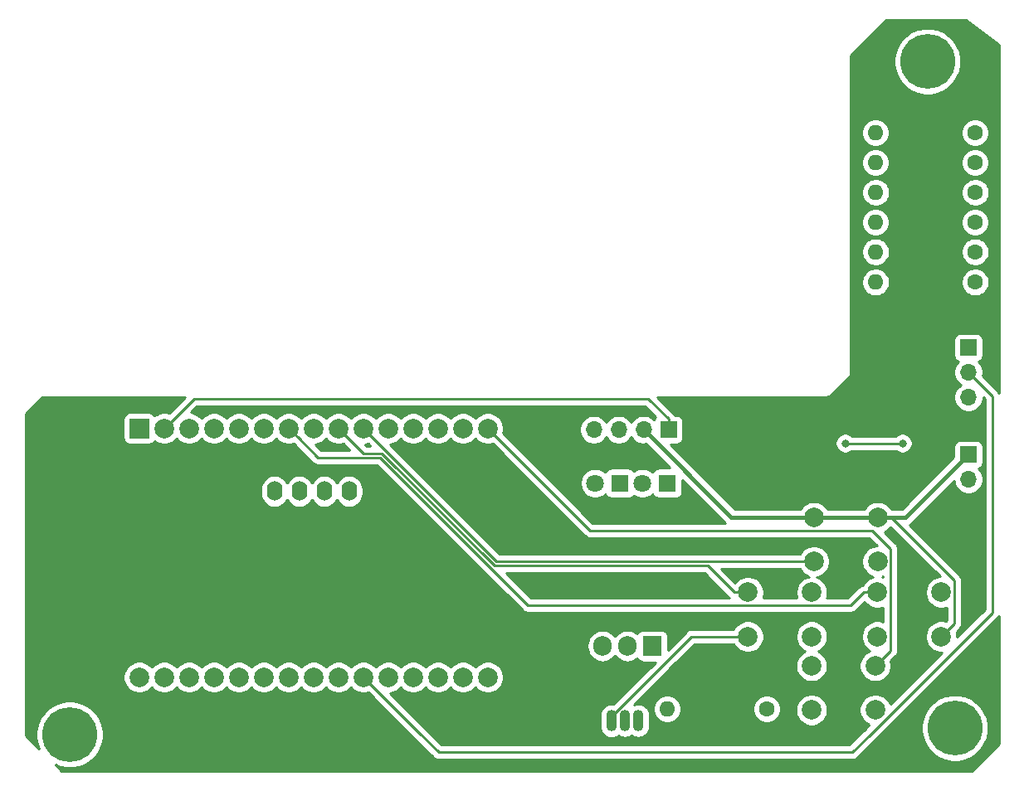
<source format=gtl>
G04 #@! TF.GenerationSoftware,KiCad,Pcbnew,(5.1.10)-1*
G04 #@! TF.CreationDate,2024-12-13T18:52:17+01:00*
G04 #@! TF.ProjectId,plant_watner_V2.0,706c616e-745f-4776-9174-6e65725f5632,rev?*
G04 #@! TF.SameCoordinates,Original*
G04 #@! TF.FileFunction,Copper,L1,Top*
G04 #@! TF.FilePolarity,Positive*
%FSLAX46Y46*%
G04 Gerber Fmt 4.6, Leading zero omitted, Abs format (unit mm)*
G04 Created by KiCad (PCBNEW (5.1.10)-1) date 2024-12-13 18:52:17*
%MOMM*%
%LPD*%
G01*
G04 APERTURE LIST*
G04 #@! TA.AperFunction,ComponentPad*
%ADD10O,1.100000X2.200000*%
G04 #@! TD*
G04 #@! TA.AperFunction,ComponentPad*
%ADD11C,2.000000*%
G04 #@! TD*
G04 #@! TA.AperFunction,ComponentPad*
%ADD12R,2.000000X2.000000*%
G04 #@! TD*
G04 #@! TA.AperFunction,ComponentPad*
%ADD13C,1.600000*%
G04 #@! TD*
G04 #@! TA.AperFunction,ComponentPad*
%ADD14O,1.600000X1.600000*%
G04 #@! TD*
G04 #@! TA.AperFunction,ComponentPad*
%ADD15R,1.700000X1.700000*%
G04 #@! TD*
G04 #@! TA.AperFunction,ComponentPad*
%ADD16O,1.700000X1.700000*%
G04 #@! TD*
G04 #@! TA.AperFunction,ComponentPad*
%ADD17C,5.600000*%
G04 #@! TD*
G04 #@! TA.AperFunction,ComponentPad*
%ADD18R,1.905000X2.000000*%
G04 #@! TD*
G04 #@! TA.AperFunction,ComponentPad*
%ADD19O,1.905000X2.000000*%
G04 #@! TD*
G04 #@! TA.AperFunction,ComponentPad*
%ADD20C,1.800000*%
G04 #@! TD*
G04 #@! TA.AperFunction,ComponentPad*
%ADD21R,1.800000X1.800000*%
G04 #@! TD*
G04 #@! TA.AperFunction,ComponentPad*
%ADD22O,1.600000X2.000000*%
G04 #@! TD*
G04 #@! TA.AperFunction,ViaPad*
%ADD23C,0.800000*%
G04 #@! TD*
G04 #@! TA.AperFunction,Conductor*
%ADD24C,0.250000*%
G04 #@! TD*
G04 #@! TA.AperFunction,Conductor*
%ADD25C,0.457200*%
G04 #@! TD*
G04 #@! TA.AperFunction,NonConductor*
%ADD26C,0.254000*%
G04 #@! TD*
G04 #@! TA.AperFunction,NonConductor*
%ADD27C,0.100000*%
G04 #@! TD*
G04 APERTURE END LIST*
D10*
X151114035Y-120972748D03*
X152485635Y-120958348D03*
X153857235Y-120958348D03*
D11*
X138494635Y-116513348D03*
X135954635Y-116513348D03*
X133414635Y-116513348D03*
X130874635Y-116513348D03*
X128334635Y-116513348D03*
X125794635Y-116513348D03*
X123254635Y-116513348D03*
X120714635Y-116513348D03*
X118174635Y-116513348D03*
X115634635Y-116513348D03*
X113094635Y-116513348D03*
X110554635Y-116513348D03*
X108014635Y-116513348D03*
X105474635Y-116513348D03*
X102934635Y-116513348D03*
X138494635Y-91113348D03*
X135954635Y-91113348D03*
X133414635Y-91113348D03*
X130874635Y-91113348D03*
X128334635Y-91113348D03*
X125794635Y-91113348D03*
X123254635Y-91113348D03*
X120714635Y-91113348D03*
X118174635Y-91113348D03*
X115634635Y-91113348D03*
X113094635Y-91113348D03*
X110554635Y-91113348D03*
X108014635Y-91113348D03*
X105474635Y-91113348D03*
D12*
X102934635Y-91113348D03*
D13*
X188218355Y-70064368D03*
D14*
X178058355Y-70064368D03*
X178086355Y-67016369D03*
D13*
X188246355Y-67016369D03*
D14*
X178058354Y-63968369D03*
D13*
X188218354Y-63968369D03*
X188218356Y-60920368D03*
D14*
X178058356Y-60920368D03*
D15*
X156930635Y-91240348D03*
D16*
X154390635Y-91240348D03*
X151850635Y-91240348D03*
X149310635Y-91240348D03*
D11*
X165046005Y-112362729D03*
X165046005Y-107862729D03*
X171546005Y-112362729D03*
X171546005Y-107862729D03*
X184754004Y-107862729D03*
X184754004Y-112362729D03*
X178254004Y-107862729D03*
X178254004Y-112362729D03*
X171535635Y-119870348D03*
X171535635Y-115370348D03*
X178035635Y-119870348D03*
X178035635Y-115370348D03*
X171766636Y-104702347D03*
X171766636Y-100202347D03*
X178266636Y-104702347D03*
X178266636Y-100202347D03*
D17*
X186140635Y-121720348D03*
X183346635Y-53648348D03*
X95843636Y-122355349D03*
D15*
X187537636Y-82858348D03*
D16*
X187537636Y-85398348D03*
X187537636Y-87938348D03*
D18*
X155279636Y-113338349D03*
D19*
X152739636Y-113338349D03*
X150199636Y-113338349D03*
D20*
X154263634Y-96701348D03*
D21*
X156803634Y-96701348D03*
X151977636Y-96701348D03*
D20*
X149437636Y-96701348D03*
D15*
X187537636Y-93780348D03*
D16*
X187537636Y-96320348D03*
D22*
X124354635Y-97531349D03*
X121814635Y-97531349D03*
X116734635Y-97531349D03*
X119274635Y-97531349D03*
D13*
X166963634Y-119751850D03*
D14*
X156803634Y-119751850D03*
X178076136Y-76190849D03*
D13*
X188236136Y-76190849D03*
X188236136Y-73079349D03*
D14*
X178076136Y-73079349D03*
D23*
X180806636Y-92637348D03*
X174964636Y-92637349D03*
D24*
X105474634Y-91113348D02*
X108522636Y-88065349D01*
X156930635Y-90140348D02*
X156930635Y-91240348D01*
X154855635Y-88065348D02*
X156930635Y-90140348D01*
X108522636Y-88065349D02*
X154855635Y-88065348D01*
X180806636Y-92637348D02*
X178393634Y-92637349D01*
X178393634Y-92637349D02*
X175091634Y-92637349D01*
X175091634Y-92637349D02*
X174964636Y-92637349D01*
X119174635Y-92113348D02*
X118174636Y-91113349D01*
X175514789Y-109187731D02*
X142596197Y-109187730D01*
X176839790Y-107862730D02*
X175514789Y-109187731D01*
X142596197Y-109187730D02*
X127511826Y-94103359D01*
X178254004Y-107862729D02*
X176839790Y-107862730D01*
X127511826Y-94103359D02*
X121164646Y-94103359D01*
X121164646Y-94103359D02*
X119174635Y-92113348D01*
X160921419Y-105152359D02*
X139197234Y-105152357D01*
X165046005Y-107862729D02*
X163631792Y-107862730D01*
X163631792Y-107862730D02*
X160921419Y-105152359D01*
X139197234Y-105152357D02*
X127698225Y-93653349D01*
X125794635Y-93653348D02*
X123254636Y-91113349D01*
X127698225Y-93653349D02*
X125794635Y-93653348D01*
X139383636Y-104702348D02*
X125794636Y-91113347D01*
X171766635Y-104702349D02*
X139383636Y-104702348D01*
X179035635Y-114370349D02*
X178035636Y-115370348D01*
X179591636Y-113814347D02*
X179035635Y-114370349D01*
X179591636Y-103389360D02*
X179591636Y-113814347D01*
X177729625Y-101527350D02*
X179591636Y-103389360D01*
X148908636Y-101527349D02*
X177729625Y-101527350D01*
X138494635Y-91113348D02*
X148908636Y-101527349D01*
X151215634Y-120958348D02*
X151215634Y-120408348D01*
X185754003Y-111362731D02*
X184754004Y-112362730D01*
X186079005Y-111037729D02*
X185754003Y-111362731D01*
X186079004Y-106600506D02*
X186079005Y-111037729D01*
X179680847Y-100202349D02*
X186079004Y-106600506D01*
X178266636Y-100202349D02*
X179680847Y-100202349D01*
D25*
X163352635Y-100202349D02*
X171766634Y-100202348D01*
X154390636Y-91240348D02*
X163352635Y-100202349D01*
X173180847Y-100202349D02*
X178266636Y-100202349D01*
X171766634Y-100202348D02*
X173180847Y-100202349D01*
X181115635Y-100202349D02*
X187537636Y-93780348D01*
X178266636Y-100202349D02*
X181115635Y-100202349D01*
D24*
X151114036Y-120542498D02*
X151114035Y-120972748D01*
X165046005Y-112362729D02*
X159293804Y-112362730D01*
X159293804Y-112362730D02*
X151114036Y-120542498D01*
X177511637Y-122355350D02*
X189950636Y-109916351D01*
X189950635Y-87811348D02*
X187537636Y-85398348D01*
X189950636Y-109916351D02*
X189950635Y-87811348D01*
X133478135Y-124196849D02*
X131319135Y-122037848D01*
X175670138Y-124196849D02*
X133478135Y-124196849D01*
X177511637Y-122355350D02*
X175670138Y-124196849D01*
X125794635Y-116513348D02*
X131319135Y-122037848D01*
X131319135Y-122037848D02*
X131664644Y-122383357D01*
D26*
X105966010Y-89547171D02*
X105951547Y-89541180D01*
X105635668Y-89478348D01*
X105313602Y-89478348D01*
X104997723Y-89541180D01*
X104700172Y-89664430D01*
X104489826Y-89804978D01*
X104465172Y-89758854D01*
X104385820Y-89662163D01*
X104289129Y-89582811D01*
X104178815Y-89523846D01*
X104059117Y-89487536D01*
X103934635Y-89475276D01*
X101934635Y-89475276D01*
X101810153Y-89487536D01*
X101690455Y-89523846D01*
X101580141Y-89582811D01*
X101483450Y-89662163D01*
X101404098Y-89758854D01*
X101345133Y-89869168D01*
X101308823Y-89988866D01*
X101296563Y-90113348D01*
X101296563Y-92113348D01*
X101308823Y-92237830D01*
X101345133Y-92357528D01*
X101404098Y-92467842D01*
X101483450Y-92564533D01*
X101580141Y-92643885D01*
X101690455Y-92702850D01*
X101810153Y-92739160D01*
X101934635Y-92751420D01*
X103934635Y-92751420D01*
X104059117Y-92739160D01*
X104178815Y-92702850D01*
X104289129Y-92643885D01*
X104385820Y-92564533D01*
X104465172Y-92467842D01*
X104489826Y-92421718D01*
X104700172Y-92562266D01*
X104997723Y-92685516D01*
X105313602Y-92748348D01*
X105635668Y-92748348D01*
X105951547Y-92685516D01*
X106249098Y-92562266D01*
X106516887Y-92383335D01*
X106744622Y-92155600D01*
X106744635Y-92155581D01*
X106744648Y-92155600D01*
X106972383Y-92383335D01*
X107240172Y-92562266D01*
X107537723Y-92685516D01*
X107853602Y-92748348D01*
X108175668Y-92748348D01*
X108491547Y-92685516D01*
X108789098Y-92562266D01*
X109056887Y-92383335D01*
X109284622Y-92155600D01*
X109284635Y-92155581D01*
X109284648Y-92155600D01*
X109512383Y-92383335D01*
X109780172Y-92562266D01*
X110077723Y-92685516D01*
X110393602Y-92748348D01*
X110715668Y-92748348D01*
X111031547Y-92685516D01*
X111329098Y-92562266D01*
X111596887Y-92383335D01*
X111824622Y-92155600D01*
X111824635Y-92155581D01*
X111824648Y-92155600D01*
X112052383Y-92383335D01*
X112320172Y-92562266D01*
X112617723Y-92685516D01*
X112933602Y-92748348D01*
X113255668Y-92748348D01*
X113571547Y-92685516D01*
X113869098Y-92562266D01*
X114136887Y-92383335D01*
X114364622Y-92155600D01*
X114364635Y-92155581D01*
X114364648Y-92155600D01*
X114592383Y-92383335D01*
X114860172Y-92562266D01*
X115157723Y-92685516D01*
X115473602Y-92748348D01*
X115795668Y-92748348D01*
X116111547Y-92685516D01*
X116409098Y-92562266D01*
X116676887Y-92383335D01*
X116904622Y-92155600D01*
X116904635Y-92155581D01*
X116904648Y-92155600D01*
X117132383Y-92383335D01*
X117400172Y-92562266D01*
X117697723Y-92685516D01*
X118013602Y-92748348D01*
X118335668Y-92748348D01*
X118651547Y-92685516D01*
X118666011Y-92679525D01*
X120600846Y-94614361D01*
X120624645Y-94643360D01*
X120653643Y-94667158D01*
X120740370Y-94738333D01*
X120872399Y-94808905D01*
X121015660Y-94852362D01*
X121164646Y-94867036D01*
X121201979Y-94863359D01*
X127197025Y-94863359D01*
X142032402Y-109698737D01*
X142056196Y-109727730D01*
X142085189Y-109751524D01*
X142085194Y-109751529D01*
X142171920Y-109822704D01*
X142303950Y-109893276D01*
X142447210Y-109936732D01*
X142596196Y-109951406D01*
X142633529Y-109947729D01*
X175477467Y-109947731D01*
X175514789Y-109951407D01*
X175552111Y-109947731D01*
X175552121Y-109947731D01*
X175663774Y-109936734D01*
X175807035Y-109893277D01*
X175807039Y-109893275D01*
X175939065Y-109822705D01*
X176025791Y-109751530D01*
X176025792Y-109751529D01*
X176054789Y-109727732D01*
X176078587Y-109698734D01*
X176939286Y-108838036D01*
X176984017Y-108904981D01*
X177211752Y-109132716D01*
X177479541Y-109311647D01*
X177777092Y-109434897D01*
X178092971Y-109497729D01*
X178415037Y-109497729D01*
X178730916Y-109434897D01*
X178831637Y-109393177D01*
X178831637Y-110832281D01*
X178730916Y-110790561D01*
X178415037Y-110727729D01*
X178092971Y-110727729D01*
X177777092Y-110790561D01*
X177479541Y-110913811D01*
X177211752Y-111092742D01*
X176984017Y-111320477D01*
X176805086Y-111588266D01*
X176681836Y-111885817D01*
X176619004Y-112201696D01*
X176619004Y-112523762D01*
X176681836Y-112839641D01*
X176805086Y-113137192D01*
X176984017Y-113404981D01*
X177211752Y-113632716D01*
X177479541Y-113811647D01*
X177502876Y-113821313D01*
X177261172Y-113921430D01*
X176993383Y-114100361D01*
X176765648Y-114328096D01*
X176586717Y-114595885D01*
X176463467Y-114893436D01*
X176400635Y-115209315D01*
X176400635Y-115531381D01*
X176463467Y-115847260D01*
X176586717Y-116144811D01*
X176765648Y-116412600D01*
X176993383Y-116640335D01*
X177261172Y-116819266D01*
X177558723Y-116942516D01*
X177874602Y-117005348D01*
X178196668Y-117005348D01*
X178512547Y-116942516D01*
X178810098Y-116819266D01*
X179077887Y-116640335D01*
X179305622Y-116412600D01*
X179484553Y-116144811D01*
X179607803Y-115847260D01*
X179670635Y-115531381D01*
X179670635Y-115209315D01*
X179607803Y-114893436D01*
X179601812Y-114878974D01*
X180102644Y-114378142D01*
X180131637Y-114354348D01*
X180155431Y-114325355D01*
X180155436Y-114325350D01*
X180226610Y-114238623D01*
X180235835Y-114221364D01*
X180297182Y-114106594D01*
X180340639Y-113963333D01*
X180351636Y-113851680D01*
X180351636Y-113851672D01*
X180355312Y-113814347D01*
X180351636Y-113777024D01*
X180351636Y-103426693D01*
X180355313Y-103389360D01*
X180340639Y-103240374D01*
X180297182Y-103097113D01*
X180226610Y-102965084D01*
X180155435Y-102878357D01*
X180131637Y-102849359D01*
X180102640Y-102825562D01*
X178961368Y-101684291D01*
X179041099Y-101651265D01*
X179308888Y-101472334D01*
X179536623Y-101244599D01*
X179581353Y-101177656D01*
X184631424Y-106227729D01*
X184592971Y-106227729D01*
X184277092Y-106290561D01*
X183979541Y-106413811D01*
X183711752Y-106592742D01*
X183484017Y-106820477D01*
X183305086Y-107088266D01*
X183181836Y-107385817D01*
X183119004Y-107701696D01*
X183119004Y-108023762D01*
X183181836Y-108339641D01*
X183305086Y-108637192D01*
X183484017Y-108904981D01*
X183711752Y-109132716D01*
X183979541Y-109311647D01*
X184277092Y-109434897D01*
X184592971Y-109497729D01*
X184915037Y-109497729D01*
X185230916Y-109434897D01*
X185319005Y-109398409D01*
X185319006Y-110722927D01*
X185245381Y-110796552D01*
X185230916Y-110790561D01*
X184915037Y-110727729D01*
X184592971Y-110727729D01*
X184277092Y-110790561D01*
X183979541Y-110913811D01*
X183711752Y-111092742D01*
X183484017Y-111320477D01*
X183305086Y-111588266D01*
X183181836Y-111885817D01*
X183119004Y-112201696D01*
X183119004Y-112523762D01*
X183181836Y-112839641D01*
X183305086Y-113137192D01*
X183484017Y-113404981D01*
X183711752Y-113632716D01*
X183979541Y-113811647D01*
X184277092Y-113934897D01*
X184592971Y-113997729D01*
X184794456Y-113997729D01*
X179546573Y-119245613D01*
X179484553Y-119095885D01*
X179305622Y-118828096D01*
X179077887Y-118600361D01*
X178810098Y-118421430D01*
X178512547Y-118298180D01*
X178196668Y-118235348D01*
X177874602Y-118235348D01*
X177558723Y-118298180D01*
X177261172Y-118421430D01*
X176993383Y-118600361D01*
X176765648Y-118828096D01*
X176586717Y-119095885D01*
X176463467Y-119393436D01*
X176400635Y-119709315D01*
X176400635Y-120031381D01*
X176463467Y-120347260D01*
X176586717Y-120644811D01*
X176765648Y-120912600D01*
X176993383Y-121140335D01*
X177261172Y-121319266D01*
X177410900Y-121381286D01*
X177000640Y-121791546D01*
X177000634Y-121791551D01*
X175355337Y-123436849D01*
X133792937Y-123436849D01*
X131882939Y-121526851D01*
X131882934Y-121526845D01*
X128502982Y-118146893D01*
X128811547Y-118085516D01*
X129109098Y-117962266D01*
X129376887Y-117783335D01*
X129604622Y-117555600D01*
X129604635Y-117555581D01*
X129604648Y-117555600D01*
X129832383Y-117783335D01*
X130100172Y-117962266D01*
X130397723Y-118085516D01*
X130713602Y-118148348D01*
X131035668Y-118148348D01*
X131351547Y-118085516D01*
X131649098Y-117962266D01*
X131916887Y-117783335D01*
X132144622Y-117555600D01*
X132144635Y-117555581D01*
X132144648Y-117555600D01*
X132372383Y-117783335D01*
X132640172Y-117962266D01*
X132937723Y-118085516D01*
X133253602Y-118148348D01*
X133575668Y-118148348D01*
X133891547Y-118085516D01*
X134189098Y-117962266D01*
X134456887Y-117783335D01*
X134684622Y-117555600D01*
X134684635Y-117555581D01*
X134684648Y-117555600D01*
X134912383Y-117783335D01*
X135180172Y-117962266D01*
X135477723Y-118085516D01*
X135793602Y-118148348D01*
X136115668Y-118148348D01*
X136431547Y-118085516D01*
X136729098Y-117962266D01*
X136996887Y-117783335D01*
X137224622Y-117555600D01*
X137224635Y-117555581D01*
X137224648Y-117555600D01*
X137452383Y-117783335D01*
X137720172Y-117962266D01*
X138017723Y-118085516D01*
X138333602Y-118148348D01*
X138655668Y-118148348D01*
X138971547Y-118085516D01*
X139269098Y-117962266D01*
X139536887Y-117783335D01*
X139764622Y-117555600D01*
X139943553Y-117287811D01*
X140066803Y-116990260D01*
X140129635Y-116674381D01*
X140129635Y-116352315D01*
X140066803Y-116036436D01*
X139943553Y-115738885D01*
X139764622Y-115471096D01*
X139536887Y-115243361D01*
X139269098Y-115064430D01*
X138971547Y-114941180D01*
X138655668Y-114878348D01*
X138333602Y-114878348D01*
X138017723Y-114941180D01*
X137720172Y-115064430D01*
X137452383Y-115243361D01*
X137224648Y-115471096D01*
X137224635Y-115471115D01*
X137224622Y-115471096D01*
X136996887Y-115243361D01*
X136729098Y-115064430D01*
X136431547Y-114941180D01*
X136115668Y-114878348D01*
X135793602Y-114878348D01*
X135477723Y-114941180D01*
X135180172Y-115064430D01*
X134912383Y-115243361D01*
X134684648Y-115471096D01*
X134684635Y-115471115D01*
X134684622Y-115471096D01*
X134456887Y-115243361D01*
X134189098Y-115064430D01*
X133891547Y-114941180D01*
X133575668Y-114878348D01*
X133253602Y-114878348D01*
X132937723Y-114941180D01*
X132640172Y-115064430D01*
X132372383Y-115243361D01*
X132144648Y-115471096D01*
X132144635Y-115471115D01*
X132144622Y-115471096D01*
X131916887Y-115243361D01*
X131649098Y-115064430D01*
X131351547Y-114941180D01*
X131035668Y-114878348D01*
X130713602Y-114878348D01*
X130397723Y-114941180D01*
X130100172Y-115064430D01*
X129832383Y-115243361D01*
X129604648Y-115471096D01*
X129604635Y-115471115D01*
X129604622Y-115471096D01*
X129376887Y-115243361D01*
X129109098Y-115064430D01*
X128811547Y-114941180D01*
X128495668Y-114878348D01*
X128173602Y-114878348D01*
X127857723Y-114941180D01*
X127560172Y-115064430D01*
X127292383Y-115243361D01*
X127064648Y-115471096D01*
X127064635Y-115471115D01*
X127064622Y-115471096D01*
X126836887Y-115243361D01*
X126569098Y-115064430D01*
X126271547Y-114941180D01*
X125955668Y-114878348D01*
X125633602Y-114878348D01*
X125317723Y-114941180D01*
X125020172Y-115064430D01*
X124752383Y-115243361D01*
X124524648Y-115471096D01*
X124524635Y-115471115D01*
X124524622Y-115471096D01*
X124296887Y-115243361D01*
X124029098Y-115064430D01*
X123731547Y-114941180D01*
X123415668Y-114878348D01*
X123093602Y-114878348D01*
X122777723Y-114941180D01*
X122480172Y-115064430D01*
X122212383Y-115243361D01*
X121984648Y-115471096D01*
X121984635Y-115471115D01*
X121984622Y-115471096D01*
X121756887Y-115243361D01*
X121489098Y-115064430D01*
X121191547Y-114941180D01*
X120875668Y-114878348D01*
X120553602Y-114878348D01*
X120237723Y-114941180D01*
X119940172Y-115064430D01*
X119672383Y-115243361D01*
X119444648Y-115471096D01*
X119444635Y-115471115D01*
X119444622Y-115471096D01*
X119216887Y-115243361D01*
X118949098Y-115064430D01*
X118651547Y-114941180D01*
X118335668Y-114878348D01*
X118013602Y-114878348D01*
X117697723Y-114941180D01*
X117400172Y-115064430D01*
X117132383Y-115243361D01*
X116904648Y-115471096D01*
X116904635Y-115471115D01*
X116904622Y-115471096D01*
X116676887Y-115243361D01*
X116409098Y-115064430D01*
X116111547Y-114941180D01*
X115795668Y-114878348D01*
X115473602Y-114878348D01*
X115157723Y-114941180D01*
X114860172Y-115064430D01*
X114592383Y-115243361D01*
X114364648Y-115471096D01*
X114364635Y-115471115D01*
X114364622Y-115471096D01*
X114136887Y-115243361D01*
X113869098Y-115064430D01*
X113571547Y-114941180D01*
X113255668Y-114878348D01*
X112933602Y-114878348D01*
X112617723Y-114941180D01*
X112320172Y-115064430D01*
X112052383Y-115243361D01*
X111824648Y-115471096D01*
X111824635Y-115471115D01*
X111824622Y-115471096D01*
X111596887Y-115243361D01*
X111329098Y-115064430D01*
X111031547Y-114941180D01*
X110715668Y-114878348D01*
X110393602Y-114878348D01*
X110077723Y-114941180D01*
X109780172Y-115064430D01*
X109512383Y-115243361D01*
X109284648Y-115471096D01*
X109284635Y-115471115D01*
X109284622Y-115471096D01*
X109056887Y-115243361D01*
X108789098Y-115064430D01*
X108491547Y-114941180D01*
X108175668Y-114878348D01*
X107853602Y-114878348D01*
X107537723Y-114941180D01*
X107240172Y-115064430D01*
X106972383Y-115243361D01*
X106744648Y-115471096D01*
X106744635Y-115471115D01*
X106744622Y-115471096D01*
X106516887Y-115243361D01*
X106249098Y-115064430D01*
X105951547Y-114941180D01*
X105635668Y-114878348D01*
X105313602Y-114878348D01*
X104997723Y-114941180D01*
X104700172Y-115064430D01*
X104432383Y-115243361D01*
X104204648Y-115471096D01*
X104204635Y-115471115D01*
X104204622Y-115471096D01*
X103976887Y-115243361D01*
X103709098Y-115064430D01*
X103411547Y-114941180D01*
X103095668Y-114878348D01*
X102773602Y-114878348D01*
X102457723Y-114941180D01*
X102160172Y-115064430D01*
X101892383Y-115243361D01*
X101664648Y-115471096D01*
X101485717Y-115738885D01*
X101362467Y-116036436D01*
X101299635Y-116352315D01*
X101299635Y-116674381D01*
X101362467Y-116990260D01*
X101485717Y-117287811D01*
X101664648Y-117555600D01*
X101892383Y-117783335D01*
X102160172Y-117962266D01*
X102457723Y-118085516D01*
X102773602Y-118148348D01*
X103095668Y-118148348D01*
X103411547Y-118085516D01*
X103709098Y-117962266D01*
X103976887Y-117783335D01*
X104204622Y-117555600D01*
X104204635Y-117555581D01*
X104204648Y-117555600D01*
X104432383Y-117783335D01*
X104700172Y-117962266D01*
X104997723Y-118085516D01*
X105313602Y-118148348D01*
X105635668Y-118148348D01*
X105951547Y-118085516D01*
X106249098Y-117962266D01*
X106516887Y-117783335D01*
X106744622Y-117555600D01*
X106744635Y-117555581D01*
X106744648Y-117555600D01*
X106972383Y-117783335D01*
X107240172Y-117962266D01*
X107537723Y-118085516D01*
X107853602Y-118148348D01*
X108175668Y-118148348D01*
X108491547Y-118085516D01*
X108789098Y-117962266D01*
X109056887Y-117783335D01*
X109284622Y-117555600D01*
X109284635Y-117555581D01*
X109284648Y-117555600D01*
X109512383Y-117783335D01*
X109780172Y-117962266D01*
X110077723Y-118085516D01*
X110393602Y-118148348D01*
X110715668Y-118148348D01*
X111031547Y-118085516D01*
X111329098Y-117962266D01*
X111596887Y-117783335D01*
X111824622Y-117555600D01*
X111824635Y-117555581D01*
X111824648Y-117555600D01*
X112052383Y-117783335D01*
X112320172Y-117962266D01*
X112617723Y-118085516D01*
X112933602Y-118148348D01*
X113255668Y-118148348D01*
X113571547Y-118085516D01*
X113869098Y-117962266D01*
X114136887Y-117783335D01*
X114364622Y-117555600D01*
X114364635Y-117555581D01*
X114364648Y-117555600D01*
X114592383Y-117783335D01*
X114860172Y-117962266D01*
X115157723Y-118085516D01*
X115473602Y-118148348D01*
X115795668Y-118148348D01*
X116111547Y-118085516D01*
X116409098Y-117962266D01*
X116676887Y-117783335D01*
X116904622Y-117555600D01*
X116904635Y-117555581D01*
X116904648Y-117555600D01*
X117132383Y-117783335D01*
X117400172Y-117962266D01*
X117697723Y-118085516D01*
X118013602Y-118148348D01*
X118335668Y-118148348D01*
X118651547Y-118085516D01*
X118949098Y-117962266D01*
X119216887Y-117783335D01*
X119444622Y-117555600D01*
X119444635Y-117555581D01*
X119444648Y-117555600D01*
X119672383Y-117783335D01*
X119940172Y-117962266D01*
X120237723Y-118085516D01*
X120553602Y-118148348D01*
X120875668Y-118148348D01*
X121191547Y-118085516D01*
X121489098Y-117962266D01*
X121756887Y-117783335D01*
X121984622Y-117555600D01*
X121984635Y-117555581D01*
X121984648Y-117555600D01*
X122212383Y-117783335D01*
X122480172Y-117962266D01*
X122777723Y-118085516D01*
X123093602Y-118148348D01*
X123415668Y-118148348D01*
X123731547Y-118085516D01*
X124029098Y-117962266D01*
X124296887Y-117783335D01*
X124524622Y-117555600D01*
X124524635Y-117555581D01*
X124524648Y-117555600D01*
X124752383Y-117783335D01*
X125020172Y-117962266D01*
X125317723Y-118085516D01*
X125633602Y-118148348D01*
X125955668Y-118148348D01*
X126271547Y-118085516D01*
X126286011Y-118079525D01*
X130808132Y-122601647D01*
X130808137Y-122601651D01*
X132914336Y-124707852D01*
X132938134Y-124736850D01*
X132967132Y-124760648D01*
X133053858Y-124831823D01*
X133185888Y-124902395D01*
X133329149Y-124945852D01*
X133440802Y-124956849D01*
X133440811Y-124956849D01*
X133478134Y-124960525D01*
X133515459Y-124956849D01*
X175632816Y-124956849D01*
X175670138Y-124960525D01*
X175707460Y-124956849D01*
X175707471Y-124956849D01*
X175819124Y-124945852D01*
X175962385Y-124902395D01*
X176094414Y-124831823D01*
X176210139Y-124736850D01*
X176233942Y-124707846D01*
X178075436Y-122866353D01*
X178075441Y-122866347D01*
X179559758Y-121382030D01*
X182705635Y-121382030D01*
X182705635Y-122058666D01*
X182837641Y-122722300D01*
X183096578Y-123347430D01*
X183472497Y-123910033D01*
X183950950Y-124388486D01*
X184513553Y-124764405D01*
X185138683Y-125023342D01*
X185802317Y-125155348D01*
X186478953Y-125155348D01*
X187142587Y-125023342D01*
X187767717Y-124764405D01*
X188330320Y-124388486D01*
X188808773Y-123910033D01*
X189184692Y-123347430D01*
X189443629Y-122722300D01*
X189575635Y-122058666D01*
X189575635Y-121382030D01*
X189443629Y-120718396D01*
X189184692Y-120093266D01*
X188808773Y-119530663D01*
X188330320Y-119052210D01*
X187767717Y-118676291D01*
X187142587Y-118417354D01*
X186478953Y-118285348D01*
X185802317Y-118285348D01*
X185138683Y-118417354D01*
X184513553Y-118676291D01*
X183950950Y-119052210D01*
X183472497Y-119530663D01*
X183096578Y-120093266D01*
X182837641Y-120718396D01*
X182705635Y-121382030D01*
X179559758Y-121382030D01*
X190461644Y-110480145D01*
X190490637Y-110456351D01*
X190514431Y-110427358D01*
X190514435Y-110427354D01*
X190585610Y-110340628D01*
X190637637Y-110243294D01*
X190637637Y-123331257D01*
X187878544Y-126090349D01*
X94994727Y-126090349D01*
X94365464Y-125461086D01*
X94841684Y-125658343D01*
X95505318Y-125790349D01*
X96181954Y-125790349D01*
X96845588Y-125658343D01*
X97470718Y-125399406D01*
X98033321Y-125023487D01*
X98511774Y-124545034D01*
X98887693Y-123982431D01*
X99146630Y-123357301D01*
X99278636Y-122693667D01*
X99278636Y-122017031D01*
X99146630Y-121353397D01*
X98887693Y-120728267D01*
X98511774Y-120165664D01*
X98033321Y-119687211D01*
X97470718Y-119311292D01*
X96845588Y-119052355D01*
X96181954Y-118920349D01*
X95505318Y-118920349D01*
X94841684Y-119052355D01*
X94216554Y-119311292D01*
X93653951Y-119687211D01*
X93175498Y-120165664D01*
X92799579Y-120728267D01*
X92540642Y-121353397D01*
X92408636Y-122017031D01*
X92408636Y-122693667D01*
X92540642Y-123357301D01*
X92737899Y-123833522D01*
X91346635Y-122442259D01*
X91346635Y-113212863D01*
X148612136Y-113212863D01*
X148612136Y-113463834D01*
X148635106Y-113697052D01*
X148725881Y-113996297D01*
X148873291Y-114272083D01*
X149071673Y-114513812D01*
X149313401Y-114712194D01*
X149589187Y-114859604D01*
X149888432Y-114950379D01*
X150199636Y-114981030D01*
X150510839Y-114950379D01*
X150810084Y-114859604D01*
X151085870Y-114712194D01*
X151327599Y-114513812D01*
X151469636Y-114340740D01*
X151611673Y-114513812D01*
X151853401Y-114712194D01*
X152129187Y-114859604D01*
X152428432Y-114950379D01*
X152739636Y-114981030D01*
X153050839Y-114950379D01*
X153350084Y-114859604D01*
X153625870Y-114712194D01*
X153751731Y-114608902D01*
X153796599Y-114692843D01*
X153875951Y-114789534D01*
X153972642Y-114868886D01*
X154082956Y-114927851D01*
X154202654Y-114964161D01*
X154327136Y-114976421D01*
X155605311Y-114976421D01*
X151328586Y-119253147D01*
X151114035Y-119232015D01*
X150881736Y-119254895D01*
X150658362Y-119322654D01*
X150452500Y-119432690D01*
X150272061Y-119580773D01*
X150123978Y-119761212D01*
X150013941Y-119967074D01*
X149946182Y-120190448D01*
X149929035Y-120364541D01*
X149929035Y-121580954D01*
X149946182Y-121755047D01*
X150013941Y-121978421D01*
X150123977Y-122184283D01*
X150272060Y-122364723D01*
X150452499Y-122512806D01*
X150658361Y-122622842D01*
X150881735Y-122690601D01*
X151114035Y-122713481D01*
X151346334Y-122690601D01*
X151569708Y-122622842D01*
X151775570Y-122512806D01*
X151808608Y-122485693D01*
X151824099Y-122498406D01*
X152029961Y-122608442D01*
X152253335Y-122676201D01*
X152485635Y-122699081D01*
X152717934Y-122676201D01*
X152941308Y-122608442D01*
X153147170Y-122498406D01*
X153171435Y-122478493D01*
X153195699Y-122498406D01*
X153401561Y-122608442D01*
X153624935Y-122676201D01*
X153857235Y-122699081D01*
X154089534Y-122676201D01*
X154312908Y-122608442D01*
X154518770Y-122498406D01*
X154699210Y-122350323D01*
X154847293Y-122169884D01*
X154957329Y-121964022D01*
X155025088Y-121740648D01*
X155042235Y-121566555D01*
X155042235Y-120350141D01*
X155025088Y-120176048D01*
X154957329Y-119952674D01*
X154847293Y-119746812D01*
X154735437Y-119610515D01*
X155368634Y-119610515D01*
X155368634Y-119893185D01*
X155423781Y-120170424D01*
X155531954Y-120431577D01*
X155688997Y-120666609D01*
X155888875Y-120866487D01*
X156123907Y-121023530D01*
X156385060Y-121131703D01*
X156662299Y-121186850D01*
X156944969Y-121186850D01*
X157222208Y-121131703D01*
X157483361Y-121023530D01*
X157718393Y-120866487D01*
X157918271Y-120666609D01*
X158075314Y-120431577D01*
X158183487Y-120170424D01*
X158238634Y-119893185D01*
X158238634Y-119610515D01*
X165528634Y-119610515D01*
X165528634Y-119893185D01*
X165583781Y-120170424D01*
X165691954Y-120431577D01*
X165848997Y-120666609D01*
X166048875Y-120866487D01*
X166283907Y-121023530D01*
X166545060Y-121131703D01*
X166822299Y-121186850D01*
X167104969Y-121186850D01*
X167382208Y-121131703D01*
X167643361Y-121023530D01*
X167878393Y-120866487D01*
X168078271Y-120666609D01*
X168235314Y-120431577D01*
X168343487Y-120170424D01*
X168398634Y-119893185D01*
X168398634Y-119709315D01*
X169900635Y-119709315D01*
X169900635Y-120031381D01*
X169963467Y-120347260D01*
X170086717Y-120644811D01*
X170265648Y-120912600D01*
X170493383Y-121140335D01*
X170761172Y-121319266D01*
X171058723Y-121442516D01*
X171374602Y-121505348D01*
X171696668Y-121505348D01*
X172012547Y-121442516D01*
X172310098Y-121319266D01*
X172577887Y-121140335D01*
X172805622Y-120912600D01*
X172984553Y-120644811D01*
X173107803Y-120347260D01*
X173170635Y-120031381D01*
X173170635Y-119709315D01*
X173107803Y-119393436D01*
X172984553Y-119095885D01*
X172805622Y-118828096D01*
X172577887Y-118600361D01*
X172310098Y-118421430D01*
X172012547Y-118298180D01*
X171696668Y-118235348D01*
X171374602Y-118235348D01*
X171058723Y-118298180D01*
X170761172Y-118421430D01*
X170493383Y-118600361D01*
X170265648Y-118828096D01*
X170086717Y-119095885D01*
X169963467Y-119393436D01*
X169900635Y-119709315D01*
X168398634Y-119709315D01*
X168398634Y-119610515D01*
X168343487Y-119333276D01*
X168235314Y-119072123D01*
X168078271Y-118837091D01*
X167878393Y-118637213D01*
X167643361Y-118480170D01*
X167382208Y-118371997D01*
X167104969Y-118316850D01*
X166822299Y-118316850D01*
X166545060Y-118371997D01*
X166283907Y-118480170D01*
X166048875Y-118637213D01*
X165848997Y-118837091D01*
X165691954Y-119072123D01*
X165583781Y-119333276D01*
X165528634Y-119610515D01*
X158238634Y-119610515D01*
X158183487Y-119333276D01*
X158075314Y-119072123D01*
X157918271Y-118837091D01*
X157718393Y-118637213D01*
X157483361Y-118480170D01*
X157222208Y-118371997D01*
X156944969Y-118316850D01*
X156662299Y-118316850D01*
X156385060Y-118371997D01*
X156123907Y-118480170D01*
X155888875Y-118637213D01*
X155688997Y-118837091D01*
X155531954Y-119072123D01*
X155423781Y-119333276D01*
X155368634Y-119610515D01*
X154735437Y-119610515D01*
X154699210Y-119566373D01*
X154518771Y-119418290D01*
X154312909Y-119308254D01*
X154089535Y-119240495D01*
X153857235Y-119217615D01*
X153624936Y-119240495D01*
X153432451Y-119298884D01*
X157522020Y-115209315D01*
X169900635Y-115209315D01*
X169900635Y-115531381D01*
X169963467Y-115847260D01*
X170086717Y-116144811D01*
X170265648Y-116412600D01*
X170493383Y-116640335D01*
X170761172Y-116819266D01*
X171058723Y-116942516D01*
X171374602Y-117005348D01*
X171696668Y-117005348D01*
X172012547Y-116942516D01*
X172310098Y-116819266D01*
X172577887Y-116640335D01*
X172805622Y-116412600D01*
X172984553Y-116144811D01*
X173107803Y-115847260D01*
X173170635Y-115531381D01*
X173170635Y-115209315D01*
X173107803Y-114893436D01*
X172984553Y-114595885D01*
X172805622Y-114328096D01*
X172577887Y-114100361D01*
X172310098Y-113921430D01*
X172182764Y-113868686D01*
X172320468Y-113811647D01*
X172588257Y-113632716D01*
X172815992Y-113404981D01*
X172994923Y-113137192D01*
X173118173Y-112839641D01*
X173181005Y-112523762D01*
X173181005Y-112201696D01*
X173118173Y-111885817D01*
X172994923Y-111588266D01*
X172815992Y-111320477D01*
X172588257Y-111092742D01*
X172320468Y-110913811D01*
X172022917Y-110790561D01*
X171707038Y-110727729D01*
X171384972Y-110727729D01*
X171069093Y-110790561D01*
X170771542Y-110913811D01*
X170503753Y-111092742D01*
X170276018Y-111320477D01*
X170097087Y-111588266D01*
X169973837Y-111885817D01*
X169911005Y-112201696D01*
X169911005Y-112523762D01*
X169973837Y-112839641D01*
X170097087Y-113137192D01*
X170276018Y-113404981D01*
X170503753Y-113632716D01*
X170771542Y-113811647D01*
X170898876Y-113864391D01*
X170761172Y-113921430D01*
X170493383Y-114100361D01*
X170265648Y-114328096D01*
X170086717Y-114595885D01*
X169963467Y-114893436D01*
X169900635Y-115209315D01*
X157522020Y-115209315D01*
X159608606Y-113122730D01*
X163591096Y-113122729D01*
X163597087Y-113137192D01*
X163776018Y-113404981D01*
X164003753Y-113632716D01*
X164271542Y-113811647D01*
X164569093Y-113934897D01*
X164884972Y-113997729D01*
X165207038Y-113997729D01*
X165522917Y-113934897D01*
X165820468Y-113811647D01*
X166088257Y-113632716D01*
X166315992Y-113404981D01*
X166494923Y-113137192D01*
X166618173Y-112839641D01*
X166681005Y-112523762D01*
X166681005Y-112201696D01*
X166618173Y-111885817D01*
X166494923Y-111588266D01*
X166315992Y-111320477D01*
X166088257Y-111092742D01*
X165820468Y-110913811D01*
X165522917Y-110790561D01*
X165207038Y-110727729D01*
X164884972Y-110727729D01*
X164569093Y-110790561D01*
X164271542Y-110913811D01*
X164003753Y-111092742D01*
X163776018Y-111320477D01*
X163597087Y-111588266D01*
X163591096Y-111602730D01*
X159331137Y-111602731D01*
X159293804Y-111599054D01*
X159144818Y-111613728D01*
X159001557Y-111657184D01*
X158869528Y-111727756D01*
X158782801Y-111798931D01*
X158782796Y-111798936D01*
X158753803Y-111822730D01*
X158730009Y-111851723D01*
X156870208Y-113711524D01*
X156870208Y-112338349D01*
X156857948Y-112213867D01*
X156821638Y-112094169D01*
X156762673Y-111983855D01*
X156683321Y-111887164D01*
X156586630Y-111807812D01*
X156476316Y-111748847D01*
X156356618Y-111712537D01*
X156232136Y-111700277D01*
X154327136Y-111700277D01*
X154202654Y-111712537D01*
X154082956Y-111748847D01*
X153972642Y-111807812D01*
X153875951Y-111887164D01*
X153796599Y-111983855D01*
X153751731Y-112067795D01*
X153625871Y-111964504D01*
X153350085Y-111817094D01*
X153050840Y-111726319D01*
X152739636Y-111695668D01*
X152428433Y-111726319D01*
X152129188Y-111817094D01*
X151853402Y-111964504D01*
X151611673Y-112162886D01*
X151469636Y-112335958D01*
X151327599Y-112162886D01*
X151085871Y-111964504D01*
X150810085Y-111817094D01*
X150510840Y-111726319D01*
X150199636Y-111695668D01*
X149888433Y-111726319D01*
X149589188Y-111817094D01*
X149313402Y-111964504D01*
X149071673Y-112162886D01*
X148873291Y-112404614D01*
X148725881Y-112680400D01*
X148635106Y-112979645D01*
X148612136Y-113212863D01*
X91346635Y-113212863D01*
X91346634Y-97260858D01*
X115299635Y-97260858D01*
X115299635Y-97801841D01*
X115320399Y-98012658D01*
X115402453Y-98283157D01*
X115535703Y-98532450D01*
X115715028Y-98750957D01*
X115933535Y-98930281D01*
X116182828Y-99063531D01*
X116453327Y-99145585D01*
X116734635Y-99173292D01*
X117015944Y-99145585D01*
X117286443Y-99063531D01*
X117535736Y-98930281D01*
X117754243Y-98750957D01*
X117933567Y-98532450D01*
X118004635Y-98399491D01*
X118075703Y-98532450D01*
X118255028Y-98750957D01*
X118473535Y-98930281D01*
X118722828Y-99063531D01*
X118993327Y-99145585D01*
X119274635Y-99173292D01*
X119555944Y-99145585D01*
X119826443Y-99063531D01*
X120075736Y-98930281D01*
X120294243Y-98750957D01*
X120473567Y-98532450D01*
X120544635Y-98399491D01*
X120615703Y-98532450D01*
X120795028Y-98750957D01*
X121013535Y-98930281D01*
X121262828Y-99063531D01*
X121533327Y-99145585D01*
X121814635Y-99173292D01*
X122095944Y-99145585D01*
X122366443Y-99063531D01*
X122615736Y-98930281D01*
X122834243Y-98750957D01*
X123013567Y-98532450D01*
X123084635Y-98399491D01*
X123155703Y-98532450D01*
X123335028Y-98750957D01*
X123553535Y-98930281D01*
X123802828Y-99063531D01*
X124073327Y-99145585D01*
X124354635Y-99173292D01*
X124635944Y-99145585D01*
X124906443Y-99063531D01*
X125155736Y-98930281D01*
X125374243Y-98750957D01*
X125553567Y-98532450D01*
X125686817Y-98283156D01*
X125768871Y-98012657D01*
X125789635Y-97801840D01*
X125789635Y-97260857D01*
X125768871Y-97050040D01*
X125686817Y-96779541D01*
X125553567Y-96530248D01*
X125374242Y-96311741D01*
X125155735Y-96132417D01*
X124906442Y-95999167D01*
X124635943Y-95917113D01*
X124354635Y-95889406D01*
X124073326Y-95917113D01*
X123802827Y-95999167D01*
X123553534Y-96132417D01*
X123335027Y-96311742D01*
X123155703Y-96530249D01*
X123084635Y-96663207D01*
X123013567Y-96530248D01*
X122834242Y-96311741D01*
X122615735Y-96132417D01*
X122366442Y-95999167D01*
X122095943Y-95917113D01*
X121814635Y-95889406D01*
X121533326Y-95917113D01*
X121262827Y-95999167D01*
X121013534Y-96132417D01*
X120795027Y-96311742D01*
X120615703Y-96530249D01*
X120544635Y-96663207D01*
X120473567Y-96530248D01*
X120294242Y-96311741D01*
X120075735Y-96132417D01*
X119826442Y-95999167D01*
X119555943Y-95917113D01*
X119274635Y-95889406D01*
X118993326Y-95917113D01*
X118722827Y-95999167D01*
X118473534Y-96132417D01*
X118255027Y-96311742D01*
X118075703Y-96530249D01*
X118004635Y-96663207D01*
X117933567Y-96530248D01*
X117754242Y-96311741D01*
X117535735Y-96132417D01*
X117286442Y-95999167D01*
X117015943Y-95917113D01*
X116734635Y-95889406D01*
X116453326Y-95917113D01*
X116182827Y-95999167D01*
X115933534Y-96132417D01*
X115715027Y-96311742D01*
X115535703Y-96530249D01*
X115402453Y-96779542D01*
X115320399Y-97050041D01*
X115299635Y-97260858D01*
X91346634Y-97260858D01*
X91346633Y-89629439D01*
X93089727Y-87886348D01*
X107626834Y-87886348D01*
X105966010Y-89547171D01*
G04 #@! TA.AperFunction,NonConductor*
D27*
G36*
X105966010Y-89547171D02*
G01*
X105951547Y-89541180D01*
X105635668Y-89478348D01*
X105313602Y-89478348D01*
X104997723Y-89541180D01*
X104700172Y-89664430D01*
X104489826Y-89804978D01*
X104465172Y-89758854D01*
X104385820Y-89662163D01*
X104289129Y-89582811D01*
X104178815Y-89523846D01*
X104059117Y-89487536D01*
X103934635Y-89475276D01*
X101934635Y-89475276D01*
X101810153Y-89487536D01*
X101690455Y-89523846D01*
X101580141Y-89582811D01*
X101483450Y-89662163D01*
X101404098Y-89758854D01*
X101345133Y-89869168D01*
X101308823Y-89988866D01*
X101296563Y-90113348D01*
X101296563Y-92113348D01*
X101308823Y-92237830D01*
X101345133Y-92357528D01*
X101404098Y-92467842D01*
X101483450Y-92564533D01*
X101580141Y-92643885D01*
X101690455Y-92702850D01*
X101810153Y-92739160D01*
X101934635Y-92751420D01*
X103934635Y-92751420D01*
X104059117Y-92739160D01*
X104178815Y-92702850D01*
X104289129Y-92643885D01*
X104385820Y-92564533D01*
X104465172Y-92467842D01*
X104489826Y-92421718D01*
X104700172Y-92562266D01*
X104997723Y-92685516D01*
X105313602Y-92748348D01*
X105635668Y-92748348D01*
X105951547Y-92685516D01*
X106249098Y-92562266D01*
X106516887Y-92383335D01*
X106744622Y-92155600D01*
X106744635Y-92155581D01*
X106744648Y-92155600D01*
X106972383Y-92383335D01*
X107240172Y-92562266D01*
X107537723Y-92685516D01*
X107853602Y-92748348D01*
X108175668Y-92748348D01*
X108491547Y-92685516D01*
X108789098Y-92562266D01*
X109056887Y-92383335D01*
X109284622Y-92155600D01*
X109284635Y-92155581D01*
X109284648Y-92155600D01*
X109512383Y-92383335D01*
X109780172Y-92562266D01*
X110077723Y-92685516D01*
X110393602Y-92748348D01*
X110715668Y-92748348D01*
X111031547Y-92685516D01*
X111329098Y-92562266D01*
X111596887Y-92383335D01*
X111824622Y-92155600D01*
X111824635Y-92155581D01*
X111824648Y-92155600D01*
X112052383Y-92383335D01*
X112320172Y-92562266D01*
X112617723Y-92685516D01*
X112933602Y-92748348D01*
X113255668Y-92748348D01*
X113571547Y-92685516D01*
X113869098Y-92562266D01*
X114136887Y-92383335D01*
X114364622Y-92155600D01*
X114364635Y-92155581D01*
X114364648Y-92155600D01*
X114592383Y-92383335D01*
X114860172Y-92562266D01*
X115157723Y-92685516D01*
X115473602Y-92748348D01*
X115795668Y-92748348D01*
X116111547Y-92685516D01*
X116409098Y-92562266D01*
X116676887Y-92383335D01*
X116904622Y-92155600D01*
X116904635Y-92155581D01*
X116904648Y-92155600D01*
X117132383Y-92383335D01*
X117400172Y-92562266D01*
X117697723Y-92685516D01*
X118013602Y-92748348D01*
X118335668Y-92748348D01*
X118651547Y-92685516D01*
X118666011Y-92679525D01*
X120600846Y-94614361D01*
X120624645Y-94643360D01*
X120653643Y-94667158D01*
X120740370Y-94738333D01*
X120872399Y-94808905D01*
X121015660Y-94852362D01*
X121164646Y-94867036D01*
X121201979Y-94863359D01*
X127197025Y-94863359D01*
X142032402Y-109698737D01*
X142056196Y-109727730D01*
X142085189Y-109751524D01*
X142085194Y-109751529D01*
X142171920Y-109822704D01*
X142303950Y-109893276D01*
X142447210Y-109936732D01*
X142596196Y-109951406D01*
X142633529Y-109947729D01*
X175477467Y-109947731D01*
X175514789Y-109951407D01*
X175552111Y-109947731D01*
X175552121Y-109947731D01*
X175663774Y-109936734D01*
X175807035Y-109893277D01*
X175807039Y-109893275D01*
X175939065Y-109822705D01*
X176025791Y-109751530D01*
X176025792Y-109751529D01*
X176054789Y-109727732D01*
X176078587Y-109698734D01*
X176939286Y-108838036D01*
X176984017Y-108904981D01*
X177211752Y-109132716D01*
X177479541Y-109311647D01*
X177777092Y-109434897D01*
X178092971Y-109497729D01*
X178415037Y-109497729D01*
X178730916Y-109434897D01*
X178831637Y-109393177D01*
X178831637Y-110832281D01*
X178730916Y-110790561D01*
X178415037Y-110727729D01*
X178092971Y-110727729D01*
X177777092Y-110790561D01*
X177479541Y-110913811D01*
X177211752Y-111092742D01*
X176984017Y-111320477D01*
X176805086Y-111588266D01*
X176681836Y-111885817D01*
X176619004Y-112201696D01*
X176619004Y-112523762D01*
X176681836Y-112839641D01*
X176805086Y-113137192D01*
X176984017Y-113404981D01*
X177211752Y-113632716D01*
X177479541Y-113811647D01*
X177502876Y-113821313D01*
X177261172Y-113921430D01*
X176993383Y-114100361D01*
X176765648Y-114328096D01*
X176586717Y-114595885D01*
X176463467Y-114893436D01*
X176400635Y-115209315D01*
X176400635Y-115531381D01*
X176463467Y-115847260D01*
X176586717Y-116144811D01*
X176765648Y-116412600D01*
X176993383Y-116640335D01*
X177261172Y-116819266D01*
X177558723Y-116942516D01*
X177874602Y-117005348D01*
X178196668Y-117005348D01*
X178512547Y-116942516D01*
X178810098Y-116819266D01*
X179077887Y-116640335D01*
X179305622Y-116412600D01*
X179484553Y-116144811D01*
X179607803Y-115847260D01*
X179670635Y-115531381D01*
X179670635Y-115209315D01*
X179607803Y-114893436D01*
X179601812Y-114878974D01*
X180102644Y-114378142D01*
X180131637Y-114354348D01*
X180155431Y-114325355D01*
X180155436Y-114325350D01*
X180226610Y-114238623D01*
X180235835Y-114221364D01*
X180297182Y-114106594D01*
X180340639Y-113963333D01*
X180351636Y-113851680D01*
X180351636Y-113851672D01*
X180355312Y-113814347D01*
X180351636Y-113777024D01*
X180351636Y-103426693D01*
X180355313Y-103389360D01*
X180340639Y-103240374D01*
X180297182Y-103097113D01*
X180226610Y-102965084D01*
X180155435Y-102878357D01*
X180131637Y-102849359D01*
X180102640Y-102825562D01*
X178961368Y-101684291D01*
X179041099Y-101651265D01*
X179308888Y-101472334D01*
X179536623Y-101244599D01*
X179581353Y-101177656D01*
X184631424Y-106227729D01*
X184592971Y-106227729D01*
X184277092Y-106290561D01*
X183979541Y-106413811D01*
X183711752Y-106592742D01*
X183484017Y-106820477D01*
X183305086Y-107088266D01*
X183181836Y-107385817D01*
X183119004Y-107701696D01*
X183119004Y-108023762D01*
X183181836Y-108339641D01*
X183305086Y-108637192D01*
X183484017Y-108904981D01*
X183711752Y-109132716D01*
X183979541Y-109311647D01*
X184277092Y-109434897D01*
X184592971Y-109497729D01*
X184915037Y-109497729D01*
X185230916Y-109434897D01*
X185319005Y-109398409D01*
X185319006Y-110722927D01*
X185245381Y-110796552D01*
X185230916Y-110790561D01*
X184915037Y-110727729D01*
X184592971Y-110727729D01*
X184277092Y-110790561D01*
X183979541Y-110913811D01*
X183711752Y-111092742D01*
X183484017Y-111320477D01*
X183305086Y-111588266D01*
X183181836Y-111885817D01*
X183119004Y-112201696D01*
X183119004Y-112523762D01*
X183181836Y-112839641D01*
X183305086Y-113137192D01*
X183484017Y-113404981D01*
X183711752Y-113632716D01*
X183979541Y-113811647D01*
X184277092Y-113934897D01*
X184592971Y-113997729D01*
X184794456Y-113997729D01*
X179546573Y-119245613D01*
X179484553Y-119095885D01*
X179305622Y-118828096D01*
X179077887Y-118600361D01*
X178810098Y-118421430D01*
X178512547Y-118298180D01*
X178196668Y-118235348D01*
X177874602Y-118235348D01*
X177558723Y-118298180D01*
X177261172Y-118421430D01*
X176993383Y-118600361D01*
X176765648Y-118828096D01*
X176586717Y-119095885D01*
X176463467Y-119393436D01*
X176400635Y-119709315D01*
X176400635Y-120031381D01*
X176463467Y-120347260D01*
X176586717Y-120644811D01*
X176765648Y-120912600D01*
X176993383Y-121140335D01*
X177261172Y-121319266D01*
X177410900Y-121381286D01*
X177000640Y-121791546D01*
X177000634Y-121791551D01*
X175355337Y-123436849D01*
X133792937Y-123436849D01*
X131882939Y-121526851D01*
X131882934Y-121526845D01*
X128502982Y-118146893D01*
X128811547Y-118085516D01*
X129109098Y-117962266D01*
X129376887Y-117783335D01*
X129604622Y-117555600D01*
X129604635Y-117555581D01*
X129604648Y-117555600D01*
X129832383Y-117783335D01*
X130100172Y-117962266D01*
X130397723Y-118085516D01*
X130713602Y-118148348D01*
X131035668Y-118148348D01*
X131351547Y-118085516D01*
X131649098Y-117962266D01*
X131916887Y-117783335D01*
X132144622Y-117555600D01*
X132144635Y-117555581D01*
X132144648Y-117555600D01*
X132372383Y-117783335D01*
X132640172Y-117962266D01*
X132937723Y-118085516D01*
X133253602Y-118148348D01*
X133575668Y-118148348D01*
X133891547Y-118085516D01*
X134189098Y-117962266D01*
X134456887Y-117783335D01*
X134684622Y-117555600D01*
X134684635Y-117555581D01*
X134684648Y-117555600D01*
X134912383Y-117783335D01*
X135180172Y-117962266D01*
X135477723Y-118085516D01*
X135793602Y-118148348D01*
X136115668Y-118148348D01*
X136431547Y-118085516D01*
X136729098Y-117962266D01*
X136996887Y-117783335D01*
X137224622Y-117555600D01*
X137224635Y-117555581D01*
X137224648Y-117555600D01*
X137452383Y-117783335D01*
X137720172Y-117962266D01*
X138017723Y-118085516D01*
X138333602Y-118148348D01*
X138655668Y-118148348D01*
X138971547Y-118085516D01*
X139269098Y-117962266D01*
X139536887Y-117783335D01*
X139764622Y-117555600D01*
X139943553Y-117287811D01*
X140066803Y-116990260D01*
X140129635Y-116674381D01*
X140129635Y-116352315D01*
X140066803Y-116036436D01*
X139943553Y-115738885D01*
X139764622Y-115471096D01*
X139536887Y-115243361D01*
X139269098Y-115064430D01*
X138971547Y-114941180D01*
X138655668Y-114878348D01*
X138333602Y-114878348D01*
X138017723Y-114941180D01*
X137720172Y-115064430D01*
X137452383Y-115243361D01*
X137224648Y-115471096D01*
X137224635Y-115471115D01*
X137224622Y-115471096D01*
X136996887Y-115243361D01*
X136729098Y-115064430D01*
X136431547Y-114941180D01*
X136115668Y-114878348D01*
X135793602Y-114878348D01*
X135477723Y-114941180D01*
X135180172Y-115064430D01*
X134912383Y-115243361D01*
X134684648Y-115471096D01*
X134684635Y-115471115D01*
X134684622Y-115471096D01*
X134456887Y-115243361D01*
X134189098Y-115064430D01*
X133891547Y-114941180D01*
X133575668Y-114878348D01*
X133253602Y-114878348D01*
X132937723Y-114941180D01*
X132640172Y-115064430D01*
X132372383Y-115243361D01*
X132144648Y-115471096D01*
X132144635Y-115471115D01*
X132144622Y-115471096D01*
X131916887Y-115243361D01*
X131649098Y-115064430D01*
X131351547Y-114941180D01*
X131035668Y-114878348D01*
X130713602Y-114878348D01*
X130397723Y-114941180D01*
X130100172Y-115064430D01*
X129832383Y-115243361D01*
X129604648Y-115471096D01*
X129604635Y-115471115D01*
X129604622Y-115471096D01*
X129376887Y-115243361D01*
X129109098Y-115064430D01*
X128811547Y-114941180D01*
X128495668Y-114878348D01*
X128173602Y-114878348D01*
X127857723Y-114941180D01*
X127560172Y-115064430D01*
X127292383Y-115243361D01*
X127064648Y-115471096D01*
X127064635Y-115471115D01*
X127064622Y-115471096D01*
X126836887Y-115243361D01*
X126569098Y-115064430D01*
X126271547Y-114941180D01*
X125955668Y-114878348D01*
X125633602Y-114878348D01*
X125317723Y-114941180D01*
X125020172Y-115064430D01*
X124752383Y-115243361D01*
X124524648Y-115471096D01*
X124524635Y-115471115D01*
X124524622Y-115471096D01*
X124296887Y-115243361D01*
X124029098Y-115064430D01*
X123731547Y-114941180D01*
X123415668Y-114878348D01*
X123093602Y-114878348D01*
X122777723Y-114941180D01*
X122480172Y-115064430D01*
X122212383Y-115243361D01*
X121984648Y-115471096D01*
X121984635Y-115471115D01*
X121984622Y-115471096D01*
X121756887Y-115243361D01*
X121489098Y-115064430D01*
X121191547Y-114941180D01*
X120875668Y-114878348D01*
X120553602Y-114878348D01*
X120237723Y-114941180D01*
X119940172Y-115064430D01*
X119672383Y-115243361D01*
X119444648Y-115471096D01*
X119444635Y-115471115D01*
X119444622Y-115471096D01*
X119216887Y-115243361D01*
X118949098Y-115064430D01*
X118651547Y-114941180D01*
X118335668Y-114878348D01*
X118013602Y-114878348D01*
X117697723Y-114941180D01*
X117400172Y-115064430D01*
X117132383Y-115243361D01*
X116904648Y-115471096D01*
X116904635Y-115471115D01*
X116904622Y-115471096D01*
X116676887Y-115243361D01*
X116409098Y-115064430D01*
X116111547Y-114941180D01*
X115795668Y-114878348D01*
X115473602Y-114878348D01*
X115157723Y-114941180D01*
X114860172Y-115064430D01*
X114592383Y-115243361D01*
X114364648Y-115471096D01*
X114364635Y-115471115D01*
X114364622Y-115471096D01*
X114136887Y-115243361D01*
X113869098Y-115064430D01*
X113571547Y-114941180D01*
X113255668Y-114878348D01*
X112933602Y-114878348D01*
X112617723Y-114941180D01*
X112320172Y-115064430D01*
X112052383Y-115243361D01*
X111824648Y-115471096D01*
X111824635Y-115471115D01*
X111824622Y-115471096D01*
X111596887Y-115243361D01*
X111329098Y-115064430D01*
X111031547Y-114941180D01*
X110715668Y-114878348D01*
X110393602Y-114878348D01*
X110077723Y-114941180D01*
X109780172Y-115064430D01*
X109512383Y-115243361D01*
X109284648Y-115471096D01*
X109284635Y-115471115D01*
X109284622Y-115471096D01*
X109056887Y-115243361D01*
X108789098Y-115064430D01*
X108491547Y-114941180D01*
X108175668Y-114878348D01*
X107853602Y-114878348D01*
X107537723Y-114941180D01*
X107240172Y-115064430D01*
X106972383Y-115243361D01*
X106744648Y-115471096D01*
X106744635Y-115471115D01*
X106744622Y-115471096D01*
X106516887Y-115243361D01*
X106249098Y-115064430D01*
X105951547Y-114941180D01*
X105635668Y-114878348D01*
X105313602Y-114878348D01*
X104997723Y-114941180D01*
X104700172Y-115064430D01*
X104432383Y-115243361D01*
X104204648Y-115471096D01*
X104204635Y-115471115D01*
X104204622Y-115471096D01*
X103976887Y-115243361D01*
X103709098Y-115064430D01*
X103411547Y-114941180D01*
X103095668Y-114878348D01*
X102773602Y-114878348D01*
X102457723Y-114941180D01*
X102160172Y-115064430D01*
X101892383Y-115243361D01*
X101664648Y-115471096D01*
X101485717Y-115738885D01*
X101362467Y-116036436D01*
X101299635Y-116352315D01*
X101299635Y-116674381D01*
X101362467Y-116990260D01*
X101485717Y-117287811D01*
X101664648Y-117555600D01*
X101892383Y-117783335D01*
X102160172Y-117962266D01*
X102457723Y-118085516D01*
X102773602Y-118148348D01*
X103095668Y-118148348D01*
X103411547Y-118085516D01*
X103709098Y-117962266D01*
X103976887Y-117783335D01*
X104204622Y-117555600D01*
X104204635Y-117555581D01*
X104204648Y-117555600D01*
X104432383Y-117783335D01*
X104700172Y-117962266D01*
X104997723Y-118085516D01*
X105313602Y-118148348D01*
X105635668Y-118148348D01*
X105951547Y-118085516D01*
X106249098Y-117962266D01*
X106516887Y-117783335D01*
X106744622Y-117555600D01*
X106744635Y-117555581D01*
X106744648Y-117555600D01*
X106972383Y-117783335D01*
X107240172Y-117962266D01*
X107537723Y-118085516D01*
X107853602Y-118148348D01*
X108175668Y-118148348D01*
X108491547Y-118085516D01*
X108789098Y-117962266D01*
X109056887Y-117783335D01*
X109284622Y-117555600D01*
X109284635Y-117555581D01*
X109284648Y-117555600D01*
X109512383Y-117783335D01*
X109780172Y-117962266D01*
X110077723Y-118085516D01*
X110393602Y-118148348D01*
X110715668Y-118148348D01*
X111031547Y-118085516D01*
X111329098Y-117962266D01*
X111596887Y-117783335D01*
X111824622Y-117555600D01*
X111824635Y-117555581D01*
X111824648Y-117555600D01*
X112052383Y-117783335D01*
X112320172Y-117962266D01*
X112617723Y-118085516D01*
X112933602Y-118148348D01*
X113255668Y-118148348D01*
X113571547Y-118085516D01*
X113869098Y-117962266D01*
X114136887Y-117783335D01*
X114364622Y-117555600D01*
X114364635Y-117555581D01*
X114364648Y-117555600D01*
X114592383Y-117783335D01*
X114860172Y-117962266D01*
X115157723Y-118085516D01*
X115473602Y-118148348D01*
X115795668Y-118148348D01*
X116111547Y-118085516D01*
X116409098Y-117962266D01*
X116676887Y-117783335D01*
X116904622Y-117555600D01*
X116904635Y-117555581D01*
X116904648Y-117555600D01*
X117132383Y-117783335D01*
X117400172Y-117962266D01*
X117697723Y-118085516D01*
X118013602Y-118148348D01*
X118335668Y-118148348D01*
X118651547Y-118085516D01*
X118949098Y-117962266D01*
X119216887Y-117783335D01*
X119444622Y-117555600D01*
X119444635Y-117555581D01*
X119444648Y-117555600D01*
X119672383Y-117783335D01*
X119940172Y-117962266D01*
X120237723Y-118085516D01*
X120553602Y-118148348D01*
X120875668Y-118148348D01*
X121191547Y-118085516D01*
X121489098Y-117962266D01*
X121756887Y-117783335D01*
X121984622Y-117555600D01*
X121984635Y-117555581D01*
X121984648Y-117555600D01*
X122212383Y-117783335D01*
X122480172Y-117962266D01*
X122777723Y-118085516D01*
X123093602Y-118148348D01*
X123415668Y-118148348D01*
X123731547Y-118085516D01*
X124029098Y-117962266D01*
X124296887Y-117783335D01*
X124524622Y-117555600D01*
X124524635Y-117555581D01*
X124524648Y-117555600D01*
X124752383Y-117783335D01*
X125020172Y-117962266D01*
X125317723Y-118085516D01*
X125633602Y-118148348D01*
X125955668Y-118148348D01*
X126271547Y-118085516D01*
X126286011Y-118079525D01*
X130808132Y-122601647D01*
X130808137Y-122601651D01*
X132914336Y-124707852D01*
X132938134Y-124736850D01*
X132967132Y-124760648D01*
X133053858Y-124831823D01*
X133185888Y-124902395D01*
X133329149Y-124945852D01*
X133440802Y-124956849D01*
X133440811Y-124956849D01*
X133478134Y-124960525D01*
X133515459Y-124956849D01*
X175632816Y-124956849D01*
X175670138Y-124960525D01*
X175707460Y-124956849D01*
X175707471Y-124956849D01*
X175819124Y-124945852D01*
X175962385Y-124902395D01*
X176094414Y-124831823D01*
X176210139Y-124736850D01*
X176233942Y-124707846D01*
X178075436Y-122866353D01*
X178075441Y-122866347D01*
X179559758Y-121382030D01*
X182705635Y-121382030D01*
X182705635Y-122058666D01*
X182837641Y-122722300D01*
X183096578Y-123347430D01*
X183472497Y-123910033D01*
X183950950Y-124388486D01*
X184513553Y-124764405D01*
X185138683Y-125023342D01*
X185802317Y-125155348D01*
X186478953Y-125155348D01*
X187142587Y-125023342D01*
X187767717Y-124764405D01*
X188330320Y-124388486D01*
X188808773Y-123910033D01*
X189184692Y-123347430D01*
X189443629Y-122722300D01*
X189575635Y-122058666D01*
X189575635Y-121382030D01*
X189443629Y-120718396D01*
X189184692Y-120093266D01*
X188808773Y-119530663D01*
X188330320Y-119052210D01*
X187767717Y-118676291D01*
X187142587Y-118417354D01*
X186478953Y-118285348D01*
X185802317Y-118285348D01*
X185138683Y-118417354D01*
X184513553Y-118676291D01*
X183950950Y-119052210D01*
X183472497Y-119530663D01*
X183096578Y-120093266D01*
X182837641Y-120718396D01*
X182705635Y-121382030D01*
X179559758Y-121382030D01*
X190461644Y-110480145D01*
X190490637Y-110456351D01*
X190514431Y-110427358D01*
X190514435Y-110427354D01*
X190585610Y-110340628D01*
X190637637Y-110243294D01*
X190637637Y-123331257D01*
X187878544Y-126090349D01*
X94994727Y-126090349D01*
X94365464Y-125461086D01*
X94841684Y-125658343D01*
X95505318Y-125790349D01*
X96181954Y-125790349D01*
X96845588Y-125658343D01*
X97470718Y-125399406D01*
X98033321Y-125023487D01*
X98511774Y-124545034D01*
X98887693Y-123982431D01*
X99146630Y-123357301D01*
X99278636Y-122693667D01*
X99278636Y-122017031D01*
X99146630Y-121353397D01*
X98887693Y-120728267D01*
X98511774Y-120165664D01*
X98033321Y-119687211D01*
X97470718Y-119311292D01*
X96845588Y-119052355D01*
X96181954Y-118920349D01*
X95505318Y-118920349D01*
X94841684Y-119052355D01*
X94216554Y-119311292D01*
X93653951Y-119687211D01*
X93175498Y-120165664D01*
X92799579Y-120728267D01*
X92540642Y-121353397D01*
X92408636Y-122017031D01*
X92408636Y-122693667D01*
X92540642Y-123357301D01*
X92737899Y-123833522D01*
X91346635Y-122442259D01*
X91346635Y-113212863D01*
X148612136Y-113212863D01*
X148612136Y-113463834D01*
X148635106Y-113697052D01*
X148725881Y-113996297D01*
X148873291Y-114272083D01*
X149071673Y-114513812D01*
X149313401Y-114712194D01*
X149589187Y-114859604D01*
X149888432Y-114950379D01*
X150199636Y-114981030D01*
X150510839Y-114950379D01*
X150810084Y-114859604D01*
X151085870Y-114712194D01*
X151327599Y-114513812D01*
X151469636Y-114340740D01*
X151611673Y-114513812D01*
X151853401Y-114712194D01*
X152129187Y-114859604D01*
X152428432Y-114950379D01*
X152739636Y-114981030D01*
X153050839Y-114950379D01*
X153350084Y-114859604D01*
X153625870Y-114712194D01*
X153751731Y-114608902D01*
X153796599Y-114692843D01*
X153875951Y-114789534D01*
X153972642Y-114868886D01*
X154082956Y-114927851D01*
X154202654Y-114964161D01*
X154327136Y-114976421D01*
X155605311Y-114976421D01*
X151328586Y-119253147D01*
X151114035Y-119232015D01*
X150881736Y-119254895D01*
X150658362Y-119322654D01*
X150452500Y-119432690D01*
X150272061Y-119580773D01*
X150123978Y-119761212D01*
X150013941Y-119967074D01*
X149946182Y-120190448D01*
X149929035Y-120364541D01*
X149929035Y-121580954D01*
X149946182Y-121755047D01*
X150013941Y-121978421D01*
X150123977Y-122184283D01*
X150272060Y-122364723D01*
X150452499Y-122512806D01*
X150658361Y-122622842D01*
X150881735Y-122690601D01*
X151114035Y-122713481D01*
X151346334Y-122690601D01*
X151569708Y-122622842D01*
X151775570Y-122512806D01*
X151808608Y-122485693D01*
X151824099Y-122498406D01*
X152029961Y-122608442D01*
X152253335Y-122676201D01*
X152485635Y-122699081D01*
X152717934Y-122676201D01*
X152941308Y-122608442D01*
X153147170Y-122498406D01*
X153171435Y-122478493D01*
X153195699Y-122498406D01*
X153401561Y-122608442D01*
X153624935Y-122676201D01*
X153857235Y-122699081D01*
X154089534Y-122676201D01*
X154312908Y-122608442D01*
X154518770Y-122498406D01*
X154699210Y-122350323D01*
X154847293Y-122169884D01*
X154957329Y-121964022D01*
X155025088Y-121740648D01*
X155042235Y-121566555D01*
X155042235Y-120350141D01*
X155025088Y-120176048D01*
X154957329Y-119952674D01*
X154847293Y-119746812D01*
X154735437Y-119610515D01*
X155368634Y-119610515D01*
X155368634Y-119893185D01*
X155423781Y-120170424D01*
X155531954Y-120431577D01*
X155688997Y-120666609D01*
X155888875Y-120866487D01*
X156123907Y-121023530D01*
X156385060Y-121131703D01*
X156662299Y-121186850D01*
X156944969Y-121186850D01*
X157222208Y-121131703D01*
X157483361Y-121023530D01*
X157718393Y-120866487D01*
X157918271Y-120666609D01*
X158075314Y-120431577D01*
X158183487Y-120170424D01*
X158238634Y-119893185D01*
X158238634Y-119610515D01*
X165528634Y-119610515D01*
X165528634Y-119893185D01*
X165583781Y-120170424D01*
X165691954Y-120431577D01*
X165848997Y-120666609D01*
X166048875Y-120866487D01*
X166283907Y-121023530D01*
X166545060Y-121131703D01*
X166822299Y-121186850D01*
X167104969Y-121186850D01*
X167382208Y-121131703D01*
X167643361Y-121023530D01*
X167878393Y-120866487D01*
X168078271Y-120666609D01*
X168235314Y-120431577D01*
X168343487Y-120170424D01*
X168398634Y-119893185D01*
X168398634Y-119709315D01*
X169900635Y-119709315D01*
X169900635Y-120031381D01*
X169963467Y-120347260D01*
X170086717Y-120644811D01*
X170265648Y-120912600D01*
X170493383Y-121140335D01*
X170761172Y-121319266D01*
X171058723Y-121442516D01*
X171374602Y-121505348D01*
X171696668Y-121505348D01*
X172012547Y-121442516D01*
X172310098Y-121319266D01*
X172577887Y-121140335D01*
X172805622Y-120912600D01*
X172984553Y-120644811D01*
X173107803Y-120347260D01*
X173170635Y-120031381D01*
X173170635Y-119709315D01*
X173107803Y-119393436D01*
X172984553Y-119095885D01*
X172805622Y-118828096D01*
X172577887Y-118600361D01*
X172310098Y-118421430D01*
X172012547Y-118298180D01*
X171696668Y-118235348D01*
X171374602Y-118235348D01*
X171058723Y-118298180D01*
X170761172Y-118421430D01*
X170493383Y-118600361D01*
X170265648Y-118828096D01*
X170086717Y-119095885D01*
X169963467Y-119393436D01*
X169900635Y-119709315D01*
X168398634Y-119709315D01*
X168398634Y-119610515D01*
X168343487Y-119333276D01*
X168235314Y-119072123D01*
X168078271Y-118837091D01*
X167878393Y-118637213D01*
X167643361Y-118480170D01*
X167382208Y-118371997D01*
X167104969Y-118316850D01*
X166822299Y-118316850D01*
X166545060Y-118371997D01*
X166283907Y-118480170D01*
X166048875Y-118637213D01*
X165848997Y-118837091D01*
X165691954Y-119072123D01*
X165583781Y-119333276D01*
X165528634Y-119610515D01*
X158238634Y-119610515D01*
X158183487Y-119333276D01*
X158075314Y-119072123D01*
X157918271Y-118837091D01*
X157718393Y-118637213D01*
X157483361Y-118480170D01*
X157222208Y-118371997D01*
X156944969Y-118316850D01*
X156662299Y-118316850D01*
X156385060Y-118371997D01*
X156123907Y-118480170D01*
X155888875Y-118637213D01*
X155688997Y-118837091D01*
X155531954Y-119072123D01*
X155423781Y-119333276D01*
X155368634Y-119610515D01*
X154735437Y-119610515D01*
X154699210Y-119566373D01*
X154518771Y-119418290D01*
X154312909Y-119308254D01*
X154089535Y-119240495D01*
X153857235Y-119217615D01*
X153624936Y-119240495D01*
X153432451Y-119298884D01*
X157522020Y-115209315D01*
X169900635Y-115209315D01*
X169900635Y-115531381D01*
X169963467Y-115847260D01*
X170086717Y-116144811D01*
X170265648Y-116412600D01*
X170493383Y-116640335D01*
X170761172Y-116819266D01*
X171058723Y-116942516D01*
X171374602Y-117005348D01*
X171696668Y-117005348D01*
X172012547Y-116942516D01*
X172310098Y-116819266D01*
X172577887Y-116640335D01*
X172805622Y-116412600D01*
X172984553Y-116144811D01*
X173107803Y-115847260D01*
X173170635Y-115531381D01*
X173170635Y-115209315D01*
X173107803Y-114893436D01*
X172984553Y-114595885D01*
X172805622Y-114328096D01*
X172577887Y-114100361D01*
X172310098Y-113921430D01*
X172182764Y-113868686D01*
X172320468Y-113811647D01*
X172588257Y-113632716D01*
X172815992Y-113404981D01*
X172994923Y-113137192D01*
X173118173Y-112839641D01*
X173181005Y-112523762D01*
X173181005Y-112201696D01*
X173118173Y-111885817D01*
X172994923Y-111588266D01*
X172815992Y-111320477D01*
X172588257Y-111092742D01*
X172320468Y-110913811D01*
X172022917Y-110790561D01*
X171707038Y-110727729D01*
X171384972Y-110727729D01*
X171069093Y-110790561D01*
X170771542Y-110913811D01*
X170503753Y-111092742D01*
X170276018Y-111320477D01*
X170097087Y-111588266D01*
X169973837Y-111885817D01*
X169911005Y-112201696D01*
X169911005Y-112523762D01*
X169973837Y-112839641D01*
X170097087Y-113137192D01*
X170276018Y-113404981D01*
X170503753Y-113632716D01*
X170771542Y-113811647D01*
X170898876Y-113864391D01*
X170761172Y-113921430D01*
X170493383Y-114100361D01*
X170265648Y-114328096D01*
X170086717Y-114595885D01*
X169963467Y-114893436D01*
X169900635Y-115209315D01*
X157522020Y-115209315D01*
X159608606Y-113122730D01*
X163591096Y-113122729D01*
X163597087Y-113137192D01*
X163776018Y-113404981D01*
X164003753Y-113632716D01*
X164271542Y-113811647D01*
X164569093Y-113934897D01*
X164884972Y-113997729D01*
X165207038Y-113997729D01*
X165522917Y-113934897D01*
X165820468Y-113811647D01*
X166088257Y-113632716D01*
X166315992Y-113404981D01*
X166494923Y-113137192D01*
X166618173Y-112839641D01*
X166681005Y-112523762D01*
X166681005Y-112201696D01*
X166618173Y-111885817D01*
X166494923Y-111588266D01*
X166315992Y-111320477D01*
X166088257Y-111092742D01*
X165820468Y-110913811D01*
X165522917Y-110790561D01*
X165207038Y-110727729D01*
X164884972Y-110727729D01*
X164569093Y-110790561D01*
X164271542Y-110913811D01*
X164003753Y-111092742D01*
X163776018Y-111320477D01*
X163597087Y-111588266D01*
X163591096Y-111602730D01*
X159331137Y-111602731D01*
X159293804Y-111599054D01*
X159144818Y-111613728D01*
X159001557Y-111657184D01*
X158869528Y-111727756D01*
X158782801Y-111798931D01*
X158782796Y-111798936D01*
X158753803Y-111822730D01*
X158730009Y-111851723D01*
X156870208Y-113711524D01*
X156870208Y-112338349D01*
X156857948Y-112213867D01*
X156821638Y-112094169D01*
X156762673Y-111983855D01*
X156683321Y-111887164D01*
X156586630Y-111807812D01*
X156476316Y-111748847D01*
X156356618Y-111712537D01*
X156232136Y-111700277D01*
X154327136Y-111700277D01*
X154202654Y-111712537D01*
X154082956Y-111748847D01*
X153972642Y-111807812D01*
X153875951Y-111887164D01*
X153796599Y-111983855D01*
X153751731Y-112067795D01*
X153625871Y-111964504D01*
X153350085Y-111817094D01*
X153050840Y-111726319D01*
X152739636Y-111695668D01*
X152428433Y-111726319D01*
X152129188Y-111817094D01*
X151853402Y-111964504D01*
X151611673Y-112162886D01*
X151469636Y-112335958D01*
X151327599Y-112162886D01*
X151085871Y-111964504D01*
X150810085Y-111817094D01*
X150510840Y-111726319D01*
X150199636Y-111695668D01*
X149888433Y-111726319D01*
X149589188Y-111817094D01*
X149313402Y-111964504D01*
X149071673Y-112162886D01*
X148873291Y-112404614D01*
X148725881Y-112680400D01*
X148635106Y-112979645D01*
X148612136Y-113212863D01*
X91346635Y-113212863D01*
X91346634Y-97260858D01*
X115299635Y-97260858D01*
X115299635Y-97801841D01*
X115320399Y-98012658D01*
X115402453Y-98283157D01*
X115535703Y-98532450D01*
X115715028Y-98750957D01*
X115933535Y-98930281D01*
X116182828Y-99063531D01*
X116453327Y-99145585D01*
X116734635Y-99173292D01*
X117015944Y-99145585D01*
X117286443Y-99063531D01*
X117535736Y-98930281D01*
X117754243Y-98750957D01*
X117933567Y-98532450D01*
X118004635Y-98399491D01*
X118075703Y-98532450D01*
X118255028Y-98750957D01*
X118473535Y-98930281D01*
X118722828Y-99063531D01*
X118993327Y-99145585D01*
X119274635Y-99173292D01*
X119555944Y-99145585D01*
X119826443Y-99063531D01*
X120075736Y-98930281D01*
X120294243Y-98750957D01*
X120473567Y-98532450D01*
X120544635Y-98399491D01*
X120615703Y-98532450D01*
X120795028Y-98750957D01*
X121013535Y-98930281D01*
X121262828Y-99063531D01*
X121533327Y-99145585D01*
X121814635Y-99173292D01*
X122095944Y-99145585D01*
X122366443Y-99063531D01*
X122615736Y-98930281D01*
X122834243Y-98750957D01*
X123013567Y-98532450D01*
X123084635Y-98399491D01*
X123155703Y-98532450D01*
X123335028Y-98750957D01*
X123553535Y-98930281D01*
X123802828Y-99063531D01*
X124073327Y-99145585D01*
X124354635Y-99173292D01*
X124635944Y-99145585D01*
X124906443Y-99063531D01*
X125155736Y-98930281D01*
X125374243Y-98750957D01*
X125553567Y-98532450D01*
X125686817Y-98283156D01*
X125768871Y-98012657D01*
X125789635Y-97801840D01*
X125789635Y-97260857D01*
X125768871Y-97050040D01*
X125686817Y-96779541D01*
X125553567Y-96530248D01*
X125374242Y-96311741D01*
X125155735Y-96132417D01*
X124906442Y-95999167D01*
X124635943Y-95917113D01*
X124354635Y-95889406D01*
X124073326Y-95917113D01*
X123802827Y-95999167D01*
X123553534Y-96132417D01*
X123335027Y-96311742D01*
X123155703Y-96530249D01*
X123084635Y-96663207D01*
X123013567Y-96530248D01*
X122834242Y-96311741D01*
X122615735Y-96132417D01*
X122366442Y-95999167D01*
X122095943Y-95917113D01*
X121814635Y-95889406D01*
X121533326Y-95917113D01*
X121262827Y-95999167D01*
X121013534Y-96132417D01*
X120795027Y-96311742D01*
X120615703Y-96530249D01*
X120544635Y-96663207D01*
X120473567Y-96530248D01*
X120294242Y-96311741D01*
X120075735Y-96132417D01*
X119826442Y-95999167D01*
X119555943Y-95917113D01*
X119274635Y-95889406D01*
X118993326Y-95917113D01*
X118722827Y-95999167D01*
X118473534Y-96132417D01*
X118255027Y-96311742D01*
X118075703Y-96530249D01*
X118004635Y-96663207D01*
X117933567Y-96530248D01*
X117754242Y-96311741D01*
X117535735Y-96132417D01*
X117286442Y-95999167D01*
X117015943Y-95917113D01*
X116734635Y-95889406D01*
X116453326Y-95917113D01*
X116182827Y-95999167D01*
X115933534Y-96132417D01*
X115715027Y-96311742D01*
X115535703Y-96530249D01*
X115402453Y-96779542D01*
X115320399Y-97050041D01*
X115299635Y-97260858D01*
X91346634Y-97260858D01*
X91346633Y-89629439D01*
X93089727Y-87886348D01*
X107626834Y-87886348D01*
X105966010Y-89547171D01*
G37*
G04 #@! TD.AperFunction*
D26*
X190637635Y-51966664D02*
X190637636Y-87484406D01*
X190585609Y-87387072D01*
X190514434Y-87300345D01*
X190514429Y-87300340D01*
X190490635Y-87271347D01*
X190461642Y-87247553D01*
X188978845Y-85764756D01*
X189022636Y-85544608D01*
X189022636Y-85252088D01*
X188965568Y-84965190D01*
X188853626Y-84694937D01*
X188691111Y-84451716D01*
X188559256Y-84319861D01*
X188631816Y-84297850D01*
X188742130Y-84238885D01*
X188838821Y-84159533D01*
X188918173Y-84062842D01*
X188977138Y-83952528D01*
X189013448Y-83832830D01*
X189025708Y-83708348D01*
X189025708Y-82008348D01*
X189013448Y-81883866D01*
X188977138Y-81764168D01*
X188918173Y-81653854D01*
X188838821Y-81557163D01*
X188742130Y-81477811D01*
X188631816Y-81418846D01*
X188512118Y-81382536D01*
X188387636Y-81370276D01*
X186687636Y-81370276D01*
X186563154Y-81382536D01*
X186443456Y-81418846D01*
X186333142Y-81477811D01*
X186236451Y-81557163D01*
X186157099Y-81653854D01*
X186098134Y-81764168D01*
X186061824Y-81883866D01*
X186049564Y-82008348D01*
X186049564Y-83708348D01*
X186061824Y-83832830D01*
X186098134Y-83952528D01*
X186157099Y-84062842D01*
X186236451Y-84159533D01*
X186333142Y-84238885D01*
X186443456Y-84297850D01*
X186516016Y-84319861D01*
X186384161Y-84451716D01*
X186221646Y-84694937D01*
X186109704Y-84965190D01*
X186052636Y-85252088D01*
X186052636Y-85544608D01*
X186109704Y-85831506D01*
X186221646Y-86101759D01*
X186384161Y-86344980D01*
X186591004Y-86551823D01*
X186765396Y-86668348D01*
X186591004Y-86784873D01*
X186384161Y-86991716D01*
X186221646Y-87234937D01*
X186109704Y-87505190D01*
X186052636Y-87792088D01*
X186052636Y-88084608D01*
X186109704Y-88371506D01*
X186221646Y-88641759D01*
X186384161Y-88884980D01*
X186591004Y-89091823D01*
X186834225Y-89254338D01*
X187104478Y-89366280D01*
X187391376Y-89423348D01*
X187683896Y-89423348D01*
X187970794Y-89366280D01*
X188241047Y-89254338D01*
X188484268Y-89091823D01*
X188691111Y-88884980D01*
X188853626Y-88641759D01*
X188965568Y-88371506D01*
X189022636Y-88084608D01*
X189022636Y-87958151D01*
X189190635Y-88126150D01*
X189190637Y-109601548D01*
X186389004Y-112403181D01*
X186389004Y-112201696D01*
X186326172Y-111885817D01*
X186320181Y-111871354D01*
X186590008Y-111601527D01*
X186619006Y-111577729D01*
X186713979Y-111462004D01*
X186767042Y-111362732D01*
X186784551Y-111329976D01*
X186828007Y-111186716D01*
X186828008Y-111186714D01*
X186839005Y-111075061D01*
X186839005Y-111075053D01*
X186842681Y-111037730D01*
X186839005Y-111000407D01*
X186839003Y-106637837D01*
X186842680Y-106600505D01*
X186828006Y-106451519D01*
X186784549Y-106308259D01*
X186713977Y-106176229D01*
X186642803Y-106089502D01*
X186642793Y-106089492D01*
X186619004Y-106060505D01*
X186590017Y-106036716D01*
X181519176Y-100965877D01*
X181597747Y-100923880D01*
X181729247Y-100815961D01*
X181756299Y-100782998D01*
X186055963Y-96483335D01*
X186109704Y-96753506D01*
X186221646Y-97023759D01*
X186384161Y-97266980D01*
X186591004Y-97473823D01*
X186834225Y-97636338D01*
X187104478Y-97748280D01*
X187391376Y-97805348D01*
X187683896Y-97805348D01*
X187970794Y-97748280D01*
X188241047Y-97636338D01*
X188484268Y-97473823D01*
X188691111Y-97266980D01*
X188853626Y-97023759D01*
X188965568Y-96753506D01*
X189022636Y-96466608D01*
X189022636Y-96174088D01*
X188965568Y-95887190D01*
X188853626Y-95616937D01*
X188691111Y-95373716D01*
X188559256Y-95241861D01*
X188631816Y-95219850D01*
X188742130Y-95160885D01*
X188838821Y-95081533D01*
X188918173Y-94984842D01*
X188977138Y-94874528D01*
X189013448Y-94754830D01*
X189025708Y-94630348D01*
X189025708Y-92930348D01*
X189013448Y-92805866D01*
X188977138Y-92686168D01*
X188918173Y-92575854D01*
X188838821Y-92479163D01*
X188742130Y-92399811D01*
X188631816Y-92340846D01*
X188512118Y-92304536D01*
X188387636Y-92292276D01*
X186687636Y-92292276D01*
X186563154Y-92304536D01*
X186443456Y-92340846D01*
X186333142Y-92399811D01*
X186236451Y-92479163D01*
X186157099Y-92575854D01*
X186098134Y-92686168D01*
X186061824Y-92805866D01*
X186049564Y-92930348D01*
X186049564Y-94047106D01*
X180757922Y-99338749D01*
X179655996Y-99338749D01*
X179536623Y-99160095D01*
X179308888Y-98932360D01*
X179041099Y-98753429D01*
X178743548Y-98630179D01*
X178427669Y-98567347D01*
X178105603Y-98567347D01*
X177789724Y-98630179D01*
X177492173Y-98753429D01*
X177224384Y-98932360D01*
X176996649Y-99160095D01*
X176877276Y-99338749D01*
X173155996Y-99338749D01*
X173036623Y-99160095D01*
X172808888Y-98932360D01*
X172541099Y-98753429D01*
X172243548Y-98630179D01*
X171927669Y-98567347D01*
X171605603Y-98567347D01*
X171289724Y-98630179D01*
X170992173Y-98753429D01*
X170724384Y-98932360D01*
X170496649Y-99160095D01*
X170377277Y-99338748D01*
X163710350Y-99338750D01*
X157100022Y-92728420D01*
X157780635Y-92728420D01*
X157905117Y-92716160D01*
X158024815Y-92679850D01*
X158135129Y-92620885D01*
X158231820Y-92541533D01*
X158236845Y-92535410D01*
X173929636Y-92535410D01*
X173929636Y-92739288D01*
X173969410Y-92939247D01*
X174047431Y-93127605D01*
X174160699Y-93297123D01*
X174304862Y-93441286D01*
X174474380Y-93554554D01*
X174662738Y-93632575D01*
X174862697Y-93672349D01*
X175066575Y-93672349D01*
X175266534Y-93632575D01*
X175454892Y-93554554D01*
X175624410Y-93441286D01*
X175668347Y-93397349D01*
X178430968Y-93397349D01*
X180102925Y-93397348D01*
X180146862Y-93441285D01*
X180316380Y-93554553D01*
X180504738Y-93632574D01*
X180704697Y-93672348D01*
X180908575Y-93672348D01*
X181108534Y-93632574D01*
X181296892Y-93554553D01*
X181466410Y-93441285D01*
X181610573Y-93297122D01*
X181723841Y-93127604D01*
X181801862Y-92939246D01*
X181841636Y-92739287D01*
X181841636Y-92535409D01*
X181801862Y-92335450D01*
X181723841Y-92147092D01*
X181610573Y-91977574D01*
X181466410Y-91833411D01*
X181296892Y-91720143D01*
X181108534Y-91642122D01*
X180908575Y-91602348D01*
X180704697Y-91602348D01*
X180504738Y-91642122D01*
X180316380Y-91720143D01*
X180146862Y-91833411D01*
X180102924Y-91877349D01*
X178430977Y-91877350D01*
X178430967Y-91877349D01*
X175668347Y-91877349D01*
X175624410Y-91833412D01*
X175454892Y-91720144D01*
X175266534Y-91642123D01*
X175066575Y-91602349D01*
X174862697Y-91602349D01*
X174662738Y-91642123D01*
X174474380Y-91720144D01*
X174304862Y-91833412D01*
X174160699Y-91977575D01*
X174047431Y-92147093D01*
X173969410Y-92335451D01*
X173929636Y-92535410D01*
X158236845Y-92535410D01*
X158311172Y-92444842D01*
X158370137Y-92334528D01*
X158406447Y-92214830D01*
X158418707Y-92090348D01*
X158418707Y-90390348D01*
X158406447Y-90265866D01*
X158370137Y-90146168D01*
X158311172Y-90035854D01*
X158231820Y-89939163D01*
X158135129Y-89859811D01*
X158024815Y-89800846D01*
X157905117Y-89764536D01*
X157780635Y-89752276D01*
X157584961Y-89752276D01*
X157565609Y-89716071D01*
X157494434Y-89629345D01*
X157470636Y-89600347D01*
X157441639Y-89576550D01*
X155751436Y-87886348D01*
X173024760Y-87886348D01*
X173059635Y-87889783D01*
X173094510Y-87886348D01*
X173094512Y-87886348D01*
X173198819Y-87876075D01*
X173332655Y-87835476D01*
X173455998Y-87769548D01*
X173564110Y-87680823D01*
X173586347Y-87653727D01*
X175315013Y-85925060D01*
X175342109Y-85902823D01*
X175430834Y-85794711D01*
X175496762Y-85671368D01*
X175537361Y-85537532D01*
X175547634Y-85433225D01*
X175547634Y-85433223D01*
X175551069Y-85398348D01*
X175547634Y-85363473D01*
X175547634Y-76049514D01*
X176641136Y-76049514D01*
X176641136Y-76332184D01*
X176696283Y-76609423D01*
X176804456Y-76870576D01*
X176961499Y-77105608D01*
X177161377Y-77305486D01*
X177396409Y-77462529D01*
X177657562Y-77570702D01*
X177934801Y-77625849D01*
X178217471Y-77625849D01*
X178494710Y-77570702D01*
X178755863Y-77462529D01*
X178990895Y-77305486D01*
X179190773Y-77105608D01*
X179347816Y-76870576D01*
X179455989Y-76609423D01*
X179511136Y-76332184D01*
X179511136Y-76049514D01*
X186801136Y-76049514D01*
X186801136Y-76332184D01*
X186856283Y-76609423D01*
X186964456Y-76870576D01*
X187121499Y-77105608D01*
X187321377Y-77305486D01*
X187556409Y-77462529D01*
X187817562Y-77570702D01*
X188094801Y-77625849D01*
X188377471Y-77625849D01*
X188654710Y-77570702D01*
X188915863Y-77462529D01*
X189150895Y-77305486D01*
X189350773Y-77105608D01*
X189507816Y-76870576D01*
X189615989Y-76609423D01*
X189671136Y-76332184D01*
X189671136Y-76049514D01*
X189615989Y-75772275D01*
X189507816Y-75511122D01*
X189350773Y-75276090D01*
X189150895Y-75076212D01*
X188915863Y-74919169D01*
X188654710Y-74810996D01*
X188377471Y-74755849D01*
X188094801Y-74755849D01*
X187817562Y-74810996D01*
X187556409Y-74919169D01*
X187321377Y-75076212D01*
X187121499Y-75276090D01*
X186964456Y-75511122D01*
X186856283Y-75772275D01*
X186801136Y-76049514D01*
X179511136Y-76049514D01*
X179455989Y-75772275D01*
X179347816Y-75511122D01*
X179190773Y-75276090D01*
X178990895Y-75076212D01*
X178755863Y-74919169D01*
X178494710Y-74810996D01*
X178217471Y-74755849D01*
X177934801Y-74755849D01*
X177657562Y-74810996D01*
X177396409Y-74919169D01*
X177161377Y-75076212D01*
X176961499Y-75276090D01*
X176804456Y-75511122D01*
X176696283Y-75772275D01*
X176641136Y-76049514D01*
X175547634Y-76049514D01*
X175547634Y-72938014D01*
X176641136Y-72938014D01*
X176641136Y-73220684D01*
X176696283Y-73497923D01*
X176804456Y-73759076D01*
X176961499Y-73994108D01*
X177161377Y-74193986D01*
X177396409Y-74351029D01*
X177657562Y-74459202D01*
X177934801Y-74514349D01*
X178217471Y-74514349D01*
X178494710Y-74459202D01*
X178755863Y-74351029D01*
X178990895Y-74193986D01*
X179190773Y-73994108D01*
X179347816Y-73759076D01*
X179455989Y-73497923D01*
X179511136Y-73220684D01*
X179511136Y-72938014D01*
X186801136Y-72938014D01*
X186801136Y-73220684D01*
X186856283Y-73497923D01*
X186964456Y-73759076D01*
X187121499Y-73994108D01*
X187321377Y-74193986D01*
X187556409Y-74351029D01*
X187817562Y-74459202D01*
X188094801Y-74514349D01*
X188377471Y-74514349D01*
X188654710Y-74459202D01*
X188915863Y-74351029D01*
X189150895Y-74193986D01*
X189350773Y-73994108D01*
X189507816Y-73759076D01*
X189615989Y-73497923D01*
X189671136Y-73220684D01*
X189671136Y-72938014D01*
X189615989Y-72660775D01*
X189507816Y-72399622D01*
X189350773Y-72164590D01*
X189150895Y-71964712D01*
X188915863Y-71807669D01*
X188654710Y-71699496D01*
X188377471Y-71644349D01*
X188094801Y-71644349D01*
X187817562Y-71699496D01*
X187556409Y-71807669D01*
X187321377Y-71964712D01*
X187121499Y-72164590D01*
X186964456Y-72399622D01*
X186856283Y-72660775D01*
X186801136Y-72938014D01*
X179511136Y-72938014D01*
X179455989Y-72660775D01*
X179347816Y-72399622D01*
X179190773Y-72164590D01*
X178990895Y-71964712D01*
X178755863Y-71807669D01*
X178494710Y-71699496D01*
X178217471Y-71644349D01*
X177934801Y-71644349D01*
X177657562Y-71699496D01*
X177396409Y-71807669D01*
X177161377Y-71964712D01*
X176961499Y-72164590D01*
X176804456Y-72399622D01*
X176696283Y-72660775D01*
X176641136Y-72938014D01*
X175547634Y-72938014D01*
X175547634Y-69923033D01*
X176623355Y-69923033D01*
X176623355Y-70205703D01*
X176678502Y-70482942D01*
X176786675Y-70744095D01*
X176943718Y-70979127D01*
X177143596Y-71179005D01*
X177378628Y-71336048D01*
X177639781Y-71444221D01*
X177917020Y-71499368D01*
X178199690Y-71499368D01*
X178476929Y-71444221D01*
X178738082Y-71336048D01*
X178973114Y-71179005D01*
X179172992Y-70979127D01*
X179330035Y-70744095D01*
X179438208Y-70482942D01*
X179493355Y-70205703D01*
X179493355Y-69923033D01*
X186783355Y-69923033D01*
X186783355Y-70205703D01*
X186838502Y-70482942D01*
X186946675Y-70744095D01*
X187103718Y-70979127D01*
X187303596Y-71179005D01*
X187538628Y-71336048D01*
X187799781Y-71444221D01*
X188077020Y-71499368D01*
X188359690Y-71499368D01*
X188636929Y-71444221D01*
X188898082Y-71336048D01*
X189133114Y-71179005D01*
X189332992Y-70979127D01*
X189490035Y-70744095D01*
X189598208Y-70482942D01*
X189653355Y-70205703D01*
X189653355Y-69923033D01*
X189598208Y-69645794D01*
X189490035Y-69384641D01*
X189332992Y-69149609D01*
X189133114Y-68949731D01*
X188898082Y-68792688D01*
X188636929Y-68684515D01*
X188359690Y-68629368D01*
X188077020Y-68629368D01*
X187799781Y-68684515D01*
X187538628Y-68792688D01*
X187303596Y-68949731D01*
X187103718Y-69149609D01*
X186946675Y-69384641D01*
X186838502Y-69645794D01*
X186783355Y-69923033D01*
X179493355Y-69923033D01*
X179438208Y-69645794D01*
X179330035Y-69384641D01*
X179172992Y-69149609D01*
X178973114Y-68949731D01*
X178738082Y-68792688D01*
X178476929Y-68684515D01*
X178199690Y-68629368D01*
X177917020Y-68629368D01*
X177639781Y-68684515D01*
X177378628Y-68792688D01*
X177143596Y-68949731D01*
X176943718Y-69149609D01*
X176786675Y-69384641D01*
X176678502Y-69645794D01*
X176623355Y-69923033D01*
X175547634Y-69923033D01*
X175547634Y-66875034D01*
X176651355Y-66875034D01*
X176651355Y-67157704D01*
X176706502Y-67434943D01*
X176814675Y-67696096D01*
X176971718Y-67931128D01*
X177171596Y-68131006D01*
X177406628Y-68288049D01*
X177667781Y-68396222D01*
X177945020Y-68451369D01*
X178227690Y-68451369D01*
X178504929Y-68396222D01*
X178766082Y-68288049D01*
X179001114Y-68131006D01*
X179200992Y-67931128D01*
X179358035Y-67696096D01*
X179466208Y-67434943D01*
X179521355Y-67157704D01*
X179521355Y-66875034D01*
X186811355Y-66875034D01*
X186811355Y-67157704D01*
X186866502Y-67434943D01*
X186974675Y-67696096D01*
X187131718Y-67931128D01*
X187331596Y-68131006D01*
X187566628Y-68288049D01*
X187827781Y-68396222D01*
X188105020Y-68451369D01*
X188387690Y-68451369D01*
X188664929Y-68396222D01*
X188926082Y-68288049D01*
X189161114Y-68131006D01*
X189360992Y-67931128D01*
X189518035Y-67696096D01*
X189626208Y-67434943D01*
X189681355Y-67157704D01*
X189681355Y-66875034D01*
X189626208Y-66597795D01*
X189518035Y-66336642D01*
X189360992Y-66101610D01*
X189161114Y-65901732D01*
X188926082Y-65744689D01*
X188664929Y-65636516D01*
X188387690Y-65581369D01*
X188105020Y-65581369D01*
X187827781Y-65636516D01*
X187566628Y-65744689D01*
X187331596Y-65901732D01*
X187131718Y-66101610D01*
X186974675Y-66336642D01*
X186866502Y-66597795D01*
X186811355Y-66875034D01*
X179521355Y-66875034D01*
X179466208Y-66597795D01*
X179358035Y-66336642D01*
X179200992Y-66101610D01*
X179001114Y-65901732D01*
X178766082Y-65744689D01*
X178504929Y-65636516D01*
X178227690Y-65581369D01*
X177945020Y-65581369D01*
X177667781Y-65636516D01*
X177406628Y-65744689D01*
X177171596Y-65901732D01*
X176971718Y-66101610D01*
X176814675Y-66336642D01*
X176706502Y-66597795D01*
X176651355Y-66875034D01*
X175547634Y-66875034D01*
X175547634Y-63827034D01*
X176623354Y-63827034D01*
X176623354Y-64109704D01*
X176678501Y-64386943D01*
X176786674Y-64648096D01*
X176943717Y-64883128D01*
X177143595Y-65083006D01*
X177378627Y-65240049D01*
X177639780Y-65348222D01*
X177917019Y-65403369D01*
X178199689Y-65403369D01*
X178476928Y-65348222D01*
X178738081Y-65240049D01*
X178973113Y-65083006D01*
X179172991Y-64883128D01*
X179330034Y-64648096D01*
X179438207Y-64386943D01*
X179493354Y-64109704D01*
X179493354Y-63827034D01*
X186783354Y-63827034D01*
X186783354Y-64109704D01*
X186838501Y-64386943D01*
X186946674Y-64648096D01*
X187103717Y-64883128D01*
X187303595Y-65083006D01*
X187538627Y-65240049D01*
X187799780Y-65348222D01*
X188077019Y-65403369D01*
X188359689Y-65403369D01*
X188636928Y-65348222D01*
X188898081Y-65240049D01*
X189133113Y-65083006D01*
X189332991Y-64883128D01*
X189490034Y-64648096D01*
X189598207Y-64386943D01*
X189653354Y-64109704D01*
X189653354Y-63827034D01*
X189598207Y-63549795D01*
X189490034Y-63288642D01*
X189332991Y-63053610D01*
X189133113Y-62853732D01*
X188898081Y-62696689D01*
X188636928Y-62588516D01*
X188359689Y-62533369D01*
X188077019Y-62533369D01*
X187799780Y-62588516D01*
X187538627Y-62696689D01*
X187303595Y-62853732D01*
X187103717Y-63053610D01*
X186946674Y-63288642D01*
X186838501Y-63549795D01*
X186783354Y-63827034D01*
X179493354Y-63827034D01*
X179438207Y-63549795D01*
X179330034Y-63288642D01*
X179172991Y-63053610D01*
X178973113Y-62853732D01*
X178738081Y-62696689D01*
X178476928Y-62588516D01*
X178199689Y-62533369D01*
X177917019Y-62533369D01*
X177639780Y-62588516D01*
X177378627Y-62696689D01*
X177143595Y-62853732D01*
X176943717Y-63053610D01*
X176786674Y-63288642D01*
X176678501Y-63549795D01*
X176623354Y-63827034D01*
X175547634Y-63827034D01*
X175547634Y-60779033D01*
X176623356Y-60779033D01*
X176623356Y-61061703D01*
X176678503Y-61338942D01*
X176786676Y-61600095D01*
X176943719Y-61835127D01*
X177143597Y-62035005D01*
X177378629Y-62192048D01*
X177639782Y-62300221D01*
X177917021Y-62355368D01*
X178199691Y-62355368D01*
X178476930Y-62300221D01*
X178738083Y-62192048D01*
X178973115Y-62035005D01*
X179172993Y-61835127D01*
X179330036Y-61600095D01*
X179438209Y-61338942D01*
X179493356Y-61061703D01*
X179493356Y-60779033D01*
X186783356Y-60779033D01*
X186783356Y-61061703D01*
X186838503Y-61338942D01*
X186946676Y-61600095D01*
X187103719Y-61835127D01*
X187303597Y-62035005D01*
X187538629Y-62192048D01*
X187799782Y-62300221D01*
X188077021Y-62355368D01*
X188359691Y-62355368D01*
X188636930Y-62300221D01*
X188898083Y-62192048D01*
X189133115Y-62035005D01*
X189332993Y-61835127D01*
X189490036Y-61600095D01*
X189598209Y-61338942D01*
X189653356Y-61061703D01*
X189653356Y-60779033D01*
X189598209Y-60501794D01*
X189490036Y-60240641D01*
X189332993Y-60005609D01*
X189133115Y-59805731D01*
X188898083Y-59648688D01*
X188636930Y-59540515D01*
X188359691Y-59485368D01*
X188077021Y-59485368D01*
X187799782Y-59540515D01*
X187538629Y-59648688D01*
X187303597Y-59805731D01*
X187103719Y-60005609D01*
X186946676Y-60240641D01*
X186838503Y-60501794D01*
X186783356Y-60779033D01*
X179493356Y-60779033D01*
X179438209Y-60501794D01*
X179330036Y-60240641D01*
X179172993Y-60005609D01*
X178973115Y-59805731D01*
X178738083Y-59648688D01*
X178476930Y-59540515D01*
X178199691Y-59485368D01*
X177917021Y-59485368D01*
X177639782Y-59540515D01*
X177378629Y-59648688D01*
X177143597Y-59805731D01*
X176943719Y-60005609D01*
X176786676Y-60240641D01*
X176678503Y-60501794D01*
X176623356Y-60779033D01*
X175547634Y-60779033D01*
X175547634Y-53310030D01*
X179911635Y-53310030D01*
X179911635Y-53986666D01*
X180043641Y-54650300D01*
X180302578Y-55275430D01*
X180678497Y-55838033D01*
X181156950Y-56316486D01*
X181719553Y-56692405D01*
X182344683Y-56951342D01*
X183008317Y-57083348D01*
X183684953Y-57083348D01*
X184348587Y-56951342D01*
X184973717Y-56692405D01*
X185536320Y-56316486D01*
X186014773Y-55838033D01*
X186390692Y-55275430D01*
X186649629Y-54650300D01*
X186781635Y-53986666D01*
X186781635Y-53310030D01*
X186649629Y-52646396D01*
X186390692Y-52021266D01*
X186014773Y-51458663D01*
X185536320Y-50980210D01*
X184973717Y-50604291D01*
X184348587Y-50345354D01*
X183684953Y-50213348D01*
X183008317Y-50213348D01*
X182344683Y-50345354D01*
X181719553Y-50604291D01*
X181156950Y-50980210D01*
X180678497Y-51458663D01*
X180302578Y-52021266D01*
X180043641Y-52646396D01*
X179911635Y-53310030D01*
X175547634Y-53310030D01*
X175547634Y-53053438D01*
X179195729Y-49405349D01*
X187296788Y-49405349D01*
X190637635Y-51966664D01*
G04 #@! TA.AperFunction,NonConductor*
D27*
G36*
X190637635Y-51966664D02*
G01*
X190637636Y-87484406D01*
X190585609Y-87387072D01*
X190514434Y-87300345D01*
X190514429Y-87300340D01*
X190490635Y-87271347D01*
X190461642Y-87247553D01*
X188978845Y-85764756D01*
X189022636Y-85544608D01*
X189022636Y-85252088D01*
X188965568Y-84965190D01*
X188853626Y-84694937D01*
X188691111Y-84451716D01*
X188559256Y-84319861D01*
X188631816Y-84297850D01*
X188742130Y-84238885D01*
X188838821Y-84159533D01*
X188918173Y-84062842D01*
X188977138Y-83952528D01*
X189013448Y-83832830D01*
X189025708Y-83708348D01*
X189025708Y-82008348D01*
X189013448Y-81883866D01*
X188977138Y-81764168D01*
X188918173Y-81653854D01*
X188838821Y-81557163D01*
X188742130Y-81477811D01*
X188631816Y-81418846D01*
X188512118Y-81382536D01*
X188387636Y-81370276D01*
X186687636Y-81370276D01*
X186563154Y-81382536D01*
X186443456Y-81418846D01*
X186333142Y-81477811D01*
X186236451Y-81557163D01*
X186157099Y-81653854D01*
X186098134Y-81764168D01*
X186061824Y-81883866D01*
X186049564Y-82008348D01*
X186049564Y-83708348D01*
X186061824Y-83832830D01*
X186098134Y-83952528D01*
X186157099Y-84062842D01*
X186236451Y-84159533D01*
X186333142Y-84238885D01*
X186443456Y-84297850D01*
X186516016Y-84319861D01*
X186384161Y-84451716D01*
X186221646Y-84694937D01*
X186109704Y-84965190D01*
X186052636Y-85252088D01*
X186052636Y-85544608D01*
X186109704Y-85831506D01*
X186221646Y-86101759D01*
X186384161Y-86344980D01*
X186591004Y-86551823D01*
X186765396Y-86668348D01*
X186591004Y-86784873D01*
X186384161Y-86991716D01*
X186221646Y-87234937D01*
X186109704Y-87505190D01*
X186052636Y-87792088D01*
X186052636Y-88084608D01*
X186109704Y-88371506D01*
X186221646Y-88641759D01*
X186384161Y-88884980D01*
X186591004Y-89091823D01*
X186834225Y-89254338D01*
X187104478Y-89366280D01*
X187391376Y-89423348D01*
X187683896Y-89423348D01*
X187970794Y-89366280D01*
X188241047Y-89254338D01*
X188484268Y-89091823D01*
X188691111Y-88884980D01*
X188853626Y-88641759D01*
X188965568Y-88371506D01*
X189022636Y-88084608D01*
X189022636Y-87958151D01*
X189190635Y-88126150D01*
X189190637Y-109601548D01*
X186389004Y-112403181D01*
X186389004Y-112201696D01*
X186326172Y-111885817D01*
X186320181Y-111871354D01*
X186590008Y-111601527D01*
X186619006Y-111577729D01*
X186713979Y-111462004D01*
X186767042Y-111362732D01*
X186784551Y-111329976D01*
X186828007Y-111186716D01*
X186828008Y-111186714D01*
X186839005Y-111075061D01*
X186839005Y-111075053D01*
X186842681Y-111037730D01*
X186839005Y-111000407D01*
X186839003Y-106637837D01*
X186842680Y-106600505D01*
X186828006Y-106451519D01*
X186784549Y-106308259D01*
X186713977Y-106176229D01*
X186642803Y-106089502D01*
X186642793Y-106089492D01*
X186619004Y-106060505D01*
X186590017Y-106036716D01*
X181519176Y-100965877D01*
X181597747Y-100923880D01*
X181729247Y-100815961D01*
X181756299Y-100782998D01*
X186055963Y-96483335D01*
X186109704Y-96753506D01*
X186221646Y-97023759D01*
X186384161Y-97266980D01*
X186591004Y-97473823D01*
X186834225Y-97636338D01*
X187104478Y-97748280D01*
X187391376Y-97805348D01*
X187683896Y-97805348D01*
X187970794Y-97748280D01*
X188241047Y-97636338D01*
X188484268Y-97473823D01*
X188691111Y-97266980D01*
X188853626Y-97023759D01*
X188965568Y-96753506D01*
X189022636Y-96466608D01*
X189022636Y-96174088D01*
X188965568Y-95887190D01*
X188853626Y-95616937D01*
X188691111Y-95373716D01*
X188559256Y-95241861D01*
X188631816Y-95219850D01*
X188742130Y-95160885D01*
X188838821Y-95081533D01*
X188918173Y-94984842D01*
X188977138Y-94874528D01*
X189013448Y-94754830D01*
X189025708Y-94630348D01*
X189025708Y-92930348D01*
X189013448Y-92805866D01*
X188977138Y-92686168D01*
X188918173Y-92575854D01*
X188838821Y-92479163D01*
X188742130Y-92399811D01*
X188631816Y-92340846D01*
X188512118Y-92304536D01*
X188387636Y-92292276D01*
X186687636Y-92292276D01*
X186563154Y-92304536D01*
X186443456Y-92340846D01*
X186333142Y-92399811D01*
X186236451Y-92479163D01*
X186157099Y-92575854D01*
X186098134Y-92686168D01*
X186061824Y-92805866D01*
X186049564Y-92930348D01*
X186049564Y-94047106D01*
X180757922Y-99338749D01*
X179655996Y-99338749D01*
X179536623Y-99160095D01*
X179308888Y-98932360D01*
X179041099Y-98753429D01*
X178743548Y-98630179D01*
X178427669Y-98567347D01*
X178105603Y-98567347D01*
X177789724Y-98630179D01*
X177492173Y-98753429D01*
X177224384Y-98932360D01*
X176996649Y-99160095D01*
X176877276Y-99338749D01*
X173155996Y-99338749D01*
X173036623Y-99160095D01*
X172808888Y-98932360D01*
X172541099Y-98753429D01*
X172243548Y-98630179D01*
X171927669Y-98567347D01*
X171605603Y-98567347D01*
X171289724Y-98630179D01*
X170992173Y-98753429D01*
X170724384Y-98932360D01*
X170496649Y-99160095D01*
X170377277Y-99338748D01*
X163710350Y-99338750D01*
X157100022Y-92728420D01*
X157780635Y-92728420D01*
X157905117Y-92716160D01*
X158024815Y-92679850D01*
X158135129Y-92620885D01*
X158231820Y-92541533D01*
X158236845Y-92535410D01*
X173929636Y-92535410D01*
X173929636Y-92739288D01*
X173969410Y-92939247D01*
X174047431Y-93127605D01*
X174160699Y-93297123D01*
X174304862Y-93441286D01*
X174474380Y-93554554D01*
X174662738Y-93632575D01*
X174862697Y-93672349D01*
X175066575Y-93672349D01*
X175266534Y-93632575D01*
X175454892Y-93554554D01*
X175624410Y-93441286D01*
X175668347Y-93397349D01*
X178430968Y-93397349D01*
X180102925Y-93397348D01*
X180146862Y-93441285D01*
X180316380Y-93554553D01*
X180504738Y-93632574D01*
X180704697Y-93672348D01*
X180908575Y-93672348D01*
X181108534Y-93632574D01*
X181296892Y-93554553D01*
X181466410Y-93441285D01*
X181610573Y-93297122D01*
X181723841Y-93127604D01*
X181801862Y-92939246D01*
X181841636Y-92739287D01*
X181841636Y-92535409D01*
X181801862Y-92335450D01*
X181723841Y-92147092D01*
X181610573Y-91977574D01*
X181466410Y-91833411D01*
X181296892Y-91720143D01*
X181108534Y-91642122D01*
X180908575Y-91602348D01*
X180704697Y-91602348D01*
X180504738Y-91642122D01*
X180316380Y-91720143D01*
X180146862Y-91833411D01*
X180102924Y-91877349D01*
X178430977Y-91877350D01*
X178430967Y-91877349D01*
X175668347Y-91877349D01*
X175624410Y-91833412D01*
X175454892Y-91720144D01*
X175266534Y-91642123D01*
X175066575Y-91602349D01*
X174862697Y-91602349D01*
X174662738Y-91642123D01*
X174474380Y-91720144D01*
X174304862Y-91833412D01*
X174160699Y-91977575D01*
X174047431Y-92147093D01*
X173969410Y-92335451D01*
X173929636Y-92535410D01*
X158236845Y-92535410D01*
X158311172Y-92444842D01*
X158370137Y-92334528D01*
X158406447Y-92214830D01*
X158418707Y-92090348D01*
X158418707Y-90390348D01*
X158406447Y-90265866D01*
X158370137Y-90146168D01*
X158311172Y-90035854D01*
X158231820Y-89939163D01*
X158135129Y-89859811D01*
X158024815Y-89800846D01*
X157905117Y-89764536D01*
X157780635Y-89752276D01*
X157584961Y-89752276D01*
X157565609Y-89716071D01*
X157494434Y-89629345D01*
X157470636Y-89600347D01*
X157441639Y-89576550D01*
X155751436Y-87886348D01*
X173024760Y-87886348D01*
X173059635Y-87889783D01*
X173094510Y-87886348D01*
X173094512Y-87886348D01*
X173198819Y-87876075D01*
X173332655Y-87835476D01*
X173455998Y-87769548D01*
X173564110Y-87680823D01*
X173586347Y-87653727D01*
X175315013Y-85925060D01*
X175342109Y-85902823D01*
X175430834Y-85794711D01*
X175496762Y-85671368D01*
X175537361Y-85537532D01*
X175547634Y-85433225D01*
X175547634Y-85433223D01*
X175551069Y-85398348D01*
X175547634Y-85363473D01*
X175547634Y-76049514D01*
X176641136Y-76049514D01*
X176641136Y-76332184D01*
X176696283Y-76609423D01*
X176804456Y-76870576D01*
X176961499Y-77105608D01*
X177161377Y-77305486D01*
X177396409Y-77462529D01*
X177657562Y-77570702D01*
X177934801Y-77625849D01*
X178217471Y-77625849D01*
X178494710Y-77570702D01*
X178755863Y-77462529D01*
X178990895Y-77305486D01*
X179190773Y-77105608D01*
X179347816Y-76870576D01*
X179455989Y-76609423D01*
X179511136Y-76332184D01*
X179511136Y-76049514D01*
X186801136Y-76049514D01*
X186801136Y-76332184D01*
X186856283Y-76609423D01*
X186964456Y-76870576D01*
X187121499Y-77105608D01*
X187321377Y-77305486D01*
X187556409Y-77462529D01*
X187817562Y-77570702D01*
X188094801Y-77625849D01*
X188377471Y-77625849D01*
X188654710Y-77570702D01*
X188915863Y-77462529D01*
X189150895Y-77305486D01*
X189350773Y-77105608D01*
X189507816Y-76870576D01*
X189615989Y-76609423D01*
X189671136Y-76332184D01*
X189671136Y-76049514D01*
X189615989Y-75772275D01*
X189507816Y-75511122D01*
X189350773Y-75276090D01*
X189150895Y-75076212D01*
X188915863Y-74919169D01*
X188654710Y-74810996D01*
X188377471Y-74755849D01*
X188094801Y-74755849D01*
X187817562Y-74810996D01*
X187556409Y-74919169D01*
X187321377Y-75076212D01*
X187121499Y-75276090D01*
X186964456Y-75511122D01*
X186856283Y-75772275D01*
X186801136Y-76049514D01*
X179511136Y-76049514D01*
X179455989Y-75772275D01*
X179347816Y-75511122D01*
X179190773Y-75276090D01*
X178990895Y-75076212D01*
X178755863Y-74919169D01*
X178494710Y-74810996D01*
X178217471Y-74755849D01*
X177934801Y-74755849D01*
X177657562Y-74810996D01*
X177396409Y-74919169D01*
X177161377Y-75076212D01*
X176961499Y-75276090D01*
X176804456Y-75511122D01*
X176696283Y-75772275D01*
X176641136Y-76049514D01*
X175547634Y-76049514D01*
X175547634Y-72938014D01*
X176641136Y-72938014D01*
X176641136Y-73220684D01*
X176696283Y-73497923D01*
X176804456Y-73759076D01*
X176961499Y-73994108D01*
X177161377Y-74193986D01*
X177396409Y-74351029D01*
X177657562Y-74459202D01*
X177934801Y-74514349D01*
X178217471Y-74514349D01*
X178494710Y-74459202D01*
X178755863Y-74351029D01*
X178990895Y-74193986D01*
X179190773Y-73994108D01*
X179347816Y-73759076D01*
X179455989Y-73497923D01*
X179511136Y-73220684D01*
X179511136Y-72938014D01*
X186801136Y-72938014D01*
X186801136Y-73220684D01*
X186856283Y-73497923D01*
X186964456Y-73759076D01*
X187121499Y-73994108D01*
X187321377Y-74193986D01*
X187556409Y-74351029D01*
X187817562Y-74459202D01*
X188094801Y-74514349D01*
X188377471Y-74514349D01*
X188654710Y-74459202D01*
X188915863Y-74351029D01*
X189150895Y-74193986D01*
X189350773Y-73994108D01*
X189507816Y-73759076D01*
X189615989Y-73497923D01*
X189671136Y-73220684D01*
X189671136Y-72938014D01*
X189615989Y-72660775D01*
X189507816Y-72399622D01*
X189350773Y-72164590D01*
X189150895Y-71964712D01*
X188915863Y-71807669D01*
X188654710Y-71699496D01*
X188377471Y-71644349D01*
X188094801Y-71644349D01*
X187817562Y-71699496D01*
X187556409Y-71807669D01*
X187321377Y-71964712D01*
X187121499Y-72164590D01*
X186964456Y-72399622D01*
X186856283Y-72660775D01*
X186801136Y-72938014D01*
X179511136Y-72938014D01*
X179455989Y-72660775D01*
X179347816Y-72399622D01*
X179190773Y-72164590D01*
X178990895Y-71964712D01*
X178755863Y-71807669D01*
X178494710Y-71699496D01*
X178217471Y-71644349D01*
X177934801Y-71644349D01*
X177657562Y-71699496D01*
X177396409Y-71807669D01*
X177161377Y-71964712D01*
X176961499Y-72164590D01*
X176804456Y-72399622D01*
X176696283Y-72660775D01*
X176641136Y-72938014D01*
X175547634Y-72938014D01*
X175547634Y-69923033D01*
X176623355Y-69923033D01*
X176623355Y-70205703D01*
X176678502Y-70482942D01*
X176786675Y-70744095D01*
X176943718Y-70979127D01*
X177143596Y-71179005D01*
X177378628Y-71336048D01*
X177639781Y-71444221D01*
X177917020Y-71499368D01*
X178199690Y-71499368D01*
X178476929Y-71444221D01*
X178738082Y-71336048D01*
X178973114Y-71179005D01*
X179172992Y-70979127D01*
X179330035Y-70744095D01*
X179438208Y-70482942D01*
X179493355Y-70205703D01*
X179493355Y-69923033D01*
X186783355Y-69923033D01*
X186783355Y-70205703D01*
X186838502Y-70482942D01*
X186946675Y-70744095D01*
X187103718Y-70979127D01*
X187303596Y-71179005D01*
X187538628Y-71336048D01*
X187799781Y-71444221D01*
X188077020Y-71499368D01*
X188359690Y-71499368D01*
X188636929Y-71444221D01*
X188898082Y-71336048D01*
X189133114Y-71179005D01*
X189332992Y-70979127D01*
X189490035Y-70744095D01*
X189598208Y-70482942D01*
X189653355Y-70205703D01*
X189653355Y-69923033D01*
X189598208Y-69645794D01*
X189490035Y-69384641D01*
X189332992Y-69149609D01*
X189133114Y-68949731D01*
X188898082Y-68792688D01*
X188636929Y-68684515D01*
X188359690Y-68629368D01*
X188077020Y-68629368D01*
X187799781Y-68684515D01*
X187538628Y-68792688D01*
X187303596Y-68949731D01*
X187103718Y-69149609D01*
X186946675Y-69384641D01*
X186838502Y-69645794D01*
X186783355Y-69923033D01*
X179493355Y-69923033D01*
X179438208Y-69645794D01*
X179330035Y-69384641D01*
X179172992Y-69149609D01*
X178973114Y-68949731D01*
X178738082Y-68792688D01*
X178476929Y-68684515D01*
X178199690Y-68629368D01*
X177917020Y-68629368D01*
X177639781Y-68684515D01*
X177378628Y-68792688D01*
X177143596Y-68949731D01*
X176943718Y-69149609D01*
X176786675Y-69384641D01*
X176678502Y-69645794D01*
X176623355Y-69923033D01*
X175547634Y-69923033D01*
X175547634Y-66875034D01*
X176651355Y-66875034D01*
X176651355Y-67157704D01*
X176706502Y-67434943D01*
X176814675Y-67696096D01*
X176971718Y-67931128D01*
X177171596Y-68131006D01*
X177406628Y-68288049D01*
X177667781Y-68396222D01*
X177945020Y-68451369D01*
X178227690Y-68451369D01*
X178504929Y-68396222D01*
X178766082Y-68288049D01*
X179001114Y-68131006D01*
X179200992Y-67931128D01*
X179358035Y-67696096D01*
X179466208Y-67434943D01*
X179521355Y-67157704D01*
X179521355Y-66875034D01*
X186811355Y-66875034D01*
X186811355Y-67157704D01*
X186866502Y-67434943D01*
X186974675Y-67696096D01*
X187131718Y-67931128D01*
X187331596Y-68131006D01*
X187566628Y-68288049D01*
X187827781Y-68396222D01*
X188105020Y-68451369D01*
X188387690Y-68451369D01*
X188664929Y-68396222D01*
X188926082Y-68288049D01*
X189161114Y-68131006D01*
X189360992Y-67931128D01*
X189518035Y-67696096D01*
X189626208Y-67434943D01*
X189681355Y-67157704D01*
X189681355Y-66875034D01*
X189626208Y-66597795D01*
X189518035Y-66336642D01*
X189360992Y-66101610D01*
X189161114Y-65901732D01*
X188926082Y-65744689D01*
X188664929Y-65636516D01*
X188387690Y-65581369D01*
X188105020Y-65581369D01*
X187827781Y-65636516D01*
X187566628Y-65744689D01*
X187331596Y-65901732D01*
X187131718Y-66101610D01*
X186974675Y-66336642D01*
X186866502Y-66597795D01*
X186811355Y-66875034D01*
X179521355Y-66875034D01*
X179466208Y-66597795D01*
X179358035Y-66336642D01*
X179200992Y-66101610D01*
X179001114Y-65901732D01*
X178766082Y-65744689D01*
X178504929Y-65636516D01*
X178227690Y-65581369D01*
X177945020Y-65581369D01*
X177667781Y-65636516D01*
X177406628Y-65744689D01*
X177171596Y-65901732D01*
X176971718Y-66101610D01*
X176814675Y-66336642D01*
X176706502Y-66597795D01*
X176651355Y-66875034D01*
X175547634Y-66875034D01*
X175547634Y-63827034D01*
X176623354Y-63827034D01*
X176623354Y-64109704D01*
X176678501Y-64386943D01*
X176786674Y-64648096D01*
X176943717Y-64883128D01*
X177143595Y-65083006D01*
X177378627Y-65240049D01*
X177639780Y-65348222D01*
X177917019Y-65403369D01*
X178199689Y-65403369D01*
X178476928Y-65348222D01*
X178738081Y-65240049D01*
X178973113Y-65083006D01*
X179172991Y-64883128D01*
X179330034Y-64648096D01*
X179438207Y-64386943D01*
X179493354Y-64109704D01*
X179493354Y-63827034D01*
X186783354Y-63827034D01*
X186783354Y-64109704D01*
X186838501Y-64386943D01*
X186946674Y-64648096D01*
X187103717Y-64883128D01*
X187303595Y-65083006D01*
X187538627Y-65240049D01*
X187799780Y-65348222D01*
X188077019Y-65403369D01*
X188359689Y-65403369D01*
X188636928Y-65348222D01*
X188898081Y-65240049D01*
X189133113Y-65083006D01*
X189332991Y-64883128D01*
X189490034Y-64648096D01*
X189598207Y-64386943D01*
X189653354Y-64109704D01*
X189653354Y-63827034D01*
X189598207Y-63549795D01*
X189490034Y-63288642D01*
X189332991Y-63053610D01*
X189133113Y-62853732D01*
X188898081Y-62696689D01*
X188636928Y-62588516D01*
X188359689Y-62533369D01*
X188077019Y-62533369D01*
X187799780Y-62588516D01*
X187538627Y-62696689D01*
X187303595Y-62853732D01*
X187103717Y-63053610D01*
X186946674Y-63288642D01*
X186838501Y-63549795D01*
X186783354Y-63827034D01*
X179493354Y-63827034D01*
X179438207Y-63549795D01*
X179330034Y-63288642D01*
X179172991Y-63053610D01*
X178973113Y-62853732D01*
X178738081Y-62696689D01*
X178476928Y-62588516D01*
X178199689Y-62533369D01*
X177917019Y-62533369D01*
X177639780Y-62588516D01*
X177378627Y-62696689D01*
X177143595Y-62853732D01*
X176943717Y-63053610D01*
X176786674Y-63288642D01*
X176678501Y-63549795D01*
X176623354Y-63827034D01*
X175547634Y-63827034D01*
X175547634Y-60779033D01*
X176623356Y-60779033D01*
X176623356Y-61061703D01*
X176678503Y-61338942D01*
X176786676Y-61600095D01*
X176943719Y-61835127D01*
X177143597Y-62035005D01*
X177378629Y-62192048D01*
X177639782Y-62300221D01*
X177917021Y-62355368D01*
X178199691Y-62355368D01*
X178476930Y-62300221D01*
X178738083Y-62192048D01*
X178973115Y-62035005D01*
X179172993Y-61835127D01*
X179330036Y-61600095D01*
X179438209Y-61338942D01*
X179493356Y-61061703D01*
X179493356Y-60779033D01*
X186783356Y-60779033D01*
X186783356Y-61061703D01*
X186838503Y-61338942D01*
X186946676Y-61600095D01*
X187103719Y-61835127D01*
X187303597Y-62035005D01*
X187538629Y-62192048D01*
X187799782Y-62300221D01*
X188077021Y-62355368D01*
X188359691Y-62355368D01*
X188636930Y-62300221D01*
X188898083Y-62192048D01*
X189133115Y-62035005D01*
X189332993Y-61835127D01*
X189490036Y-61600095D01*
X189598209Y-61338942D01*
X189653356Y-61061703D01*
X189653356Y-60779033D01*
X189598209Y-60501794D01*
X189490036Y-60240641D01*
X189332993Y-60005609D01*
X189133115Y-59805731D01*
X188898083Y-59648688D01*
X188636930Y-59540515D01*
X188359691Y-59485368D01*
X188077021Y-59485368D01*
X187799782Y-59540515D01*
X187538629Y-59648688D01*
X187303597Y-59805731D01*
X187103719Y-60005609D01*
X186946676Y-60240641D01*
X186838503Y-60501794D01*
X186783356Y-60779033D01*
X179493356Y-60779033D01*
X179438209Y-60501794D01*
X179330036Y-60240641D01*
X179172993Y-60005609D01*
X178973115Y-59805731D01*
X178738083Y-59648688D01*
X178476930Y-59540515D01*
X178199691Y-59485368D01*
X177917021Y-59485368D01*
X177639782Y-59540515D01*
X177378629Y-59648688D01*
X177143597Y-59805731D01*
X176943719Y-60005609D01*
X176786676Y-60240641D01*
X176678503Y-60501794D01*
X176623356Y-60779033D01*
X175547634Y-60779033D01*
X175547634Y-53310030D01*
X179911635Y-53310030D01*
X179911635Y-53986666D01*
X180043641Y-54650300D01*
X180302578Y-55275430D01*
X180678497Y-55838033D01*
X181156950Y-56316486D01*
X181719553Y-56692405D01*
X182344683Y-56951342D01*
X183008317Y-57083348D01*
X183684953Y-57083348D01*
X184348587Y-56951342D01*
X184973717Y-56692405D01*
X185536320Y-56316486D01*
X186014773Y-55838033D01*
X186390692Y-55275430D01*
X186649629Y-54650300D01*
X186781635Y-53986666D01*
X186781635Y-53310030D01*
X186649629Y-52646396D01*
X186390692Y-52021266D01*
X186014773Y-51458663D01*
X185536320Y-50980210D01*
X184973717Y-50604291D01*
X184348587Y-50345354D01*
X183684953Y-50213348D01*
X183008317Y-50213348D01*
X182344683Y-50345354D01*
X181719553Y-50604291D01*
X181156950Y-50980210D01*
X180678497Y-51458663D01*
X180302578Y-52021266D01*
X180043641Y-52646396D01*
X179911635Y-53310030D01*
X175547634Y-53310030D01*
X175547634Y-53053438D01*
X179195729Y-49405349D01*
X187296788Y-49405349D01*
X190637635Y-51966664D01*
G37*
G04 #@! TD.AperFunction*
D26*
X137224648Y-92155600D02*
X137452383Y-92383335D01*
X137720172Y-92562266D01*
X138017723Y-92685516D01*
X138333602Y-92748348D01*
X138655668Y-92748348D01*
X138971547Y-92685516D01*
X138986011Y-92679525D01*
X148344846Y-102038362D01*
X148368635Y-102067349D01*
X148397622Y-102091138D01*
X148397632Y-102091148D01*
X148484359Y-102162322D01*
X148616389Y-102232894D01*
X148759649Y-102276351D01*
X148908635Y-102291025D01*
X148945968Y-102287348D01*
X177414824Y-102287350D01*
X178194820Y-103067347D01*
X178105603Y-103067347D01*
X177789724Y-103130179D01*
X177492173Y-103253429D01*
X177224384Y-103432360D01*
X176996649Y-103660095D01*
X176817718Y-103927884D01*
X176694468Y-104225435D01*
X176631636Y-104541314D01*
X176631636Y-104863380D01*
X176694468Y-105179259D01*
X176817718Y-105476810D01*
X176996649Y-105744599D01*
X177224384Y-105972334D01*
X177492173Y-106151265D01*
X177789724Y-106274515D01*
X177823742Y-106281282D01*
X177777092Y-106290561D01*
X177479541Y-106413811D01*
X177211752Y-106592742D01*
X176984017Y-106820477D01*
X176805086Y-107088266D01*
X176798951Y-107103076D01*
X176690803Y-107113728D01*
X176547543Y-107157185D01*
X176415513Y-107227757D01*
X176328786Y-107298931D01*
X176328776Y-107298941D01*
X176299789Y-107322730D01*
X176276000Y-107351717D01*
X175199987Y-108427732D01*
X173081684Y-108427732D01*
X173118173Y-108339641D01*
X173181005Y-108023762D01*
X173181005Y-107701696D01*
X173118173Y-107385817D01*
X172994923Y-107088266D01*
X172815992Y-106820477D01*
X172588257Y-106592742D01*
X172320468Y-106413811D01*
X172068324Y-106309369D01*
X172243548Y-106274515D01*
X172541099Y-106151265D01*
X172808888Y-105972334D01*
X173036623Y-105744599D01*
X173215554Y-105476810D01*
X173338804Y-105179259D01*
X173401636Y-104863380D01*
X173401636Y-104541314D01*
X173338804Y-104225435D01*
X173215554Y-103927884D01*
X173036623Y-103660095D01*
X172808888Y-103432360D01*
X172541099Y-103253429D01*
X172243548Y-103130179D01*
X171927669Y-103067347D01*
X171605603Y-103067347D01*
X171289724Y-103130179D01*
X170992173Y-103253429D01*
X170724384Y-103432360D01*
X170496649Y-103660095D01*
X170317718Y-103927884D01*
X170311726Y-103942350D01*
X139698438Y-103942348D01*
X128502983Y-92746893D01*
X128811547Y-92685516D01*
X129109098Y-92562266D01*
X129376887Y-92383335D01*
X129604622Y-92155600D01*
X129604635Y-92155581D01*
X129604648Y-92155600D01*
X129832383Y-92383335D01*
X130100172Y-92562266D01*
X130397723Y-92685516D01*
X130713602Y-92748348D01*
X131035668Y-92748348D01*
X131351547Y-92685516D01*
X131649098Y-92562266D01*
X131916887Y-92383335D01*
X132144622Y-92155600D01*
X132144635Y-92155581D01*
X132144648Y-92155600D01*
X132372383Y-92383335D01*
X132640172Y-92562266D01*
X132937723Y-92685516D01*
X133253602Y-92748348D01*
X133575668Y-92748348D01*
X133891547Y-92685516D01*
X134189098Y-92562266D01*
X134456887Y-92383335D01*
X134684622Y-92155600D01*
X134684635Y-92155581D01*
X134684648Y-92155600D01*
X134912383Y-92383335D01*
X135180172Y-92562266D01*
X135477723Y-92685516D01*
X135793602Y-92748348D01*
X136115668Y-92748348D01*
X136431547Y-92685516D01*
X136729098Y-92562266D01*
X136996887Y-92383335D01*
X137224622Y-92155600D01*
X137224635Y-92155581D01*
X137224648Y-92155600D01*
G04 #@! TA.AperFunction,NonConductor*
D27*
G36*
X137224648Y-92155600D02*
G01*
X137452383Y-92383335D01*
X137720172Y-92562266D01*
X138017723Y-92685516D01*
X138333602Y-92748348D01*
X138655668Y-92748348D01*
X138971547Y-92685516D01*
X138986011Y-92679525D01*
X148344846Y-102038362D01*
X148368635Y-102067349D01*
X148397622Y-102091138D01*
X148397632Y-102091148D01*
X148484359Y-102162322D01*
X148616389Y-102232894D01*
X148759649Y-102276351D01*
X148908635Y-102291025D01*
X148945968Y-102287348D01*
X177414824Y-102287350D01*
X178194820Y-103067347D01*
X178105603Y-103067347D01*
X177789724Y-103130179D01*
X177492173Y-103253429D01*
X177224384Y-103432360D01*
X176996649Y-103660095D01*
X176817718Y-103927884D01*
X176694468Y-104225435D01*
X176631636Y-104541314D01*
X176631636Y-104863380D01*
X176694468Y-105179259D01*
X176817718Y-105476810D01*
X176996649Y-105744599D01*
X177224384Y-105972334D01*
X177492173Y-106151265D01*
X177789724Y-106274515D01*
X177823742Y-106281282D01*
X177777092Y-106290561D01*
X177479541Y-106413811D01*
X177211752Y-106592742D01*
X176984017Y-106820477D01*
X176805086Y-107088266D01*
X176798951Y-107103076D01*
X176690803Y-107113728D01*
X176547543Y-107157185D01*
X176415513Y-107227757D01*
X176328786Y-107298931D01*
X176328776Y-107298941D01*
X176299789Y-107322730D01*
X176276000Y-107351717D01*
X175199987Y-108427732D01*
X173081684Y-108427732D01*
X173118173Y-108339641D01*
X173181005Y-108023762D01*
X173181005Y-107701696D01*
X173118173Y-107385817D01*
X172994923Y-107088266D01*
X172815992Y-106820477D01*
X172588257Y-106592742D01*
X172320468Y-106413811D01*
X172068324Y-106309369D01*
X172243548Y-106274515D01*
X172541099Y-106151265D01*
X172808888Y-105972334D01*
X173036623Y-105744599D01*
X173215554Y-105476810D01*
X173338804Y-105179259D01*
X173401636Y-104863380D01*
X173401636Y-104541314D01*
X173338804Y-104225435D01*
X173215554Y-103927884D01*
X173036623Y-103660095D01*
X172808888Y-103432360D01*
X172541099Y-103253429D01*
X172243548Y-103130179D01*
X171927669Y-103067347D01*
X171605603Y-103067347D01*
X171289724Y-103130179D01*
X170992173Y-103253429D01*
X170724384Y-103432360D01*
X170496649Y-103660095D01*
X170317718Y-103927884D01*
X170311726Y-103942350D01*
X139698438Y-103942348D01*
X128502983Y-92746893D01*
X128811547Y-92685516D01*
X129109098Y-92562266D01*
X129376887Y-92383335D01*
X129604622Y-92155600D01*
X129604635Y-92155581D01*
X129604648Y-92155600D01*
X129832383Y-92383335D01*
X130100172Y-92562266D01*
X130397723Y-92685516D01*
X130713602Y-92748348D01*
X131035668Y-92748348D01*
X131351547Y-92685516D01*
X131649098Y-92562266D01*
X131916887Y-92383335D01*
X132144622Y-92155600D01*
X132144635Y-92155581D01*
X132144648Y-92155600D01*
X132372383Y-92383335D01*
X132640172Y-92562266D01*
X132937723Y-92685516D01*
X133253602Y-92748348D01*
X133575668Y-92748348D01*
X133891547Y-92685516D01*
X134189098Y-92562266D01*
X134456887Y-92383335D01*
X134684622Y-92155600D01*
X134684635Y-92155581D01*
X134684648Y-92155600D01*
X134912383Y-92383335D01*
X135180172Y-92562266D01*
X135477723Y-92685516D01*
X135793602Y-92748348D01*
X136115668Y-92748348D01*
X136431547Y-92685516D01*
X136729098Y-92562266D01*
X136996887Y-92383335D01*
X137224622Y-92155600D01*
X137224635Y-92155581D01*
X137224648Y-92155600D01*
G37*
G04 #@! TD.AperFunction*
D26*
X170311728Y-105462349D02*
X170317718Y-105476810D01*
X170496649Y-105744599D01*
X170724384Y-105972334D01*
X170992173Y-106151265D01*
X171244317Y-106255707D01*
X171069093Y-106290561D01*
X170771542Y-106413811D01*
X170503753Y-106592742D01*
X170276018Y-106820477D01*
X170097087Y-107088266D01*
X169973837Y-107385817D01*
X169911005Y-107701696D01*
X169911005Y-108023762D01*
X169973837Y-108339641D01*
X170010325Y-108427732D01*
X166581685Y-108427731D01*
X166618173Y-108339641D01*
X166681005Y-108023762D01*
X166681005Y-107701696D01*
X166618173Y-107385817D01*
X166494923Y-107088266D01*
X166315992Y-106820477D01*
X166088257Y-106592742D01*
X165820468Y-106413811D01*
X165522917Y-106290561D01*
X165207038Y-106227729D01*
X164884972Y-106227729D01*
X164569093Y-106290561D01*
X164271542Y-106413811D01*
X164003753Y-106592742D01*
X163776018Y-106820477D01*
X163731286Y-106887423D01*
X162306210Y-105462348D01*
X170311728Y-105462349D01*
G04 #@! TA.AperFunction,NonConductor*
D27*
G36*
X170311728Y-105462349D02*
G01*
X170317718Y-105476810D01*
X170496649Y-105744599D01*
X170724384Y-105972334D01*
X170992173Y-106151265D01*
X171244317Y-106255707D01*
X171069093Y-106290561D01*
X170771542Y-106413811D01*
X170503753Y-106592742D01*
X170276018Y-106820477D01*
X170097087Y-107088266D01*
X169973837Y-107385817D01*
X169911005Y-107701696D01*
X169911005Y-108023762D01*
X169973837Y-108339641D01*
X170010325Y-108427732D01*
X166581685Y-108427731D01*
X166618173Y-108339641D01*
X166681005Y-108023762D01*
X166681005Y-107701696D01*
X166618173Y-107385817D01*
X166494923Y-107088266D01*
X166315992Y-106820477D01*
X166088257Y-106592742D01*
X165820468Y-106413811D01*
X165522917Y-106290561D01*
X165207038Y-106227729D01*
X164884972Y-106227729D01*
X164569093Y-106290561D01*
X164271542Y-106413811D01*
X164003753Y-106592742D01*
X163776018Y-106820477D01*
X163731286Y-106887423D01*
X162306210Y-105462348D01*
X170311728Y-105462349D01*
G37*
G04 #@! TD.AperFunction*
D26*
X160606618Y-105912359D02*
X163067998Y-108373739D01*
X163091792Y-108402731D01*
X163120785Y-108426525D01*
X163120789Y-108426529D01*
X163122254Y-108427731D01*
X142910999Y-108427730D01*
X140395625Y-105912356D01*
X160606618Y-105912359D01*
G04 #@! TA.AperFunction,NonConductor*
D27*
G36*
X160606618Y-105912359D02*
G01*
X163067998Y-108373739D01*
X163091792Y-108402731D01*
X163120785Y-108426525D01*
X163120789Y-108426529D01*
X163122254Y-108427731D01*
X142910999Y-108427730D01*
X140395625Y-105912356D01*
X160606618Y-105912359D01*
G37*
G04 #@! TD.AperFunction*
D26*
X178831636Y-106332281D02*
X178730916Y-106290561D01*
X178696898Y-106283794D01*
X178743548Y-106274515D01*
X178831636Y-106238028D01*
X178831636Y-106332281D01*
G04 #@! TA.AperFunction,NonConductor*
D27*
G36*
X178831636Y-106332281D02*
G01*
X178730916Y-106290561D01*
X178696898Y-106283794D01*
X178743548Y-106274515D01*
X178831636Y-106238028D01*
X178831636Y-106332281D01*
G37*
G04 #@! TD.AperFunction*
D26*
X155643290Y-89927805D02*
X155629450Y-89939163D01*
X155550098Y-90035854D01*
X155491133Y-90146168D01*
X155469122Y-90218728D01*
X155337267Y-90086873D01*
X155094046Y-89924358D01*
X154823793Y-89812416D01*
X154536895Y-89755348D01*
X154244375Y-89755348D01*
X153957477Y-89812416D01*
X153687224Y-89924358D01*
X153444003Y-90086873D01*
X153237160Y-90293716D01*
X153120635Y-90468108D01*
X153004110Y-90293716D01*
X152797267Y-90086873D01*
X152554046Y-89924358D01*
X152283793Y-89812416D01*
X151996895Y-89755348D01*
X151704375Y-89755348D01*
X151417477Y-89812416D01*
X151147224Y-89924358D01*
X150904003Y-90086873D01*
X150697160Y-90293716D01*
X150580635Y-90468108D01*
X150464110Y-90293716D01*
X150257267Y-90086873D01*
X150014046Y-89924358D01*
X149743793Y-89812416D01*
X149456895Y-89755348D01*
X149164375Y-89755348D01*
X148877477Y-89812416D01*
X148607224Y-89924358D01*
X148364003Y-90086873D01*
X148157160Y-90293716D01*
X147994645Y-90536937D01*
X147882703Y-90807190D01*
X147825635Y-91094088D01*
X147825635Y-91386608D01*
X147882703Y-91673506D01*
X147994645Y-91943759D01*
X148157160Y-92186980D01*
X148364003Y-92393823D01*
X148607224Y-92556338D01*
X148877477Y-92668280D01*
X149164375Y-92725348D01*
X149456895Y-92725348D01*
X149743793Y-92668280D01*
X150014046Y-92556338D01*
X150257267Y-92393823D01*
X150464110Y-92186980D01*
X150580635Y-92012588D01*
X150697160Y-92186980D01*
X150904003Y-92393823D01*
X151147224Y-92556338D01*
X151417477Y-92668280D01*
X151704375Y-92725348D01*
X151996895Y-92725348D01*
X152283793Y-92668280D01*
X152554046Y-92556338D01*
X152797267Y-92393823D01*
X153004110Y-92186980D01*
X153120635Y-92012588D01*
X153237160Y-92186980D01*
X153444003Y-92393823D01*
X153687224Y-92556338D01*
X153957477Y-92668280D01*
X154244375Y-92725348D01*
X154536895Y-92725348D01*
X154634840Y-92705865D01*
X157092250Y-95163276D01*
X155903634Y-95163276D01*
X155779152Y-95175536D01*
X155659454Y-95211846D01*
X155549140Y-95270811D01*
X155452449Y-95350163D01*
X155373097Y-95446854D01*
X155314132Y-95557168D01*
X155308578Y-95575475D01*
X155242139Y-95509036D01*
X154990729Y-95341049D01*
X154711377Y-95225337D01*
X154414818Y-95166348D01*
X154112450Y-95166348D01*
X153815891Y-95225337D01*
X153536539Y-95341049D01*
X153397555Y-95433915D01*
X153328821Y-95350163D01*
X153232130Y-95270811D01*
X153121816Y-95211846D01*
X153002118Y-95175536D01*
X152877636Y-95163276D01*
X151077636Y-95163276D01*
X150953154Y-95175536D01*
X150833456Y-95211846D01*
X150723142Y-95270811D01*
X150626451Y-95350163D01*
X150547099Y-95446854D01*
X150488134Y-95557168D01*
X150482580Y-95575475D01*
X150416141Y-95509036D01*
X150164731Y-95341049D01*
X149885379Y-95225337D01*
X149588820Y-95166348D01*
X149286452Y-95166348D01*
X148989893Y-95225337D01*
X148710541Y-95341049D01*
X148459131Y-95509036D01*
X148245324Y-95722843D01*
X148077337Y-95974253D01*
X147961625Y-96253605D01*
X147902636Y-96550164D01*
X147902636Y-96852532D01*
X147961625Y-97149091D01*
X148077337Y-97428443D01*
X148245324Y-97679853D01*
X148459131Y-97893660D01*
X148710541Y-98061647D01*
X148989893Y-98177359D01*
X149286452Y-98236348D01*
X149588820Y-98236348D01*
X149885379Y-98177359D01*
X150164731Y-98061647D01*
X150416141Y-97893660D01*
X150482580Y-97827221D01*
X150488134Y-97845528D01*
X150547099Y-97955842D01*
X150626451Y-98052533D01*
X150723142Y-98131885D01*
X150833456Y-98190850D01*
X150953154Y-98227160D01*
X151077636Y-98239420D01*
X152877636Y-98239420D01*
X153002118Y-98227160D01*
X153121816Y-98190850D01*
X153232130Y-98131885D01*
X153328821Y-98052533D01*
X153397555Y-97968781D01*
X153536539Y-98061647D01*
X153815891Y-98177359D01*
X154112450Y-98236348D01*
X154414818Y-98236348D01*
X154711377Y-98177359D01*
X154990729Y-98061647D01*
X155242139Y-97893660D01*
X155308578Y-97827221D01*
X155314132Y-97845528D01*
X155373097Y-97955842D01*
X155452449Y-98052533D01*
X155549140Y-98131885D01*
X155659454Y-98190850D01*
X155779152Y-98227160D01*
X155903634Y-98239420D01*
X157703634Y-98239420D01*
X157828116Y-98227160D01*
X157947814Y-98190850D01*
X158058128Y-98131885D01*
X158154819Y-98052533D01*
X158234171Y-97955842D01*
X158293136Y-97845528D01*
X158329446Y-97725830D01*
X158341706Y-97601348D01*
X158341706Y-96412733D01*
X162696322Y-100767350D01*
X149223439Y-100767349D01*
X140060812Y-91604724D01*
X140066803Y-91590260D01*
X140129635Y-91274381D01*
X140129635Y-90952315D01*
X140066803Y-90636436D01*
X139943553Y-90338885D01*
X139764622Y-90071096D01*
X139536887Y-89843361D01*
X139269098Y-89664430D01*
X138971547Y-89541180D01*
X138655668Y-89478348D01*
X138333602Y-89478348D01*
X138017723Y-89541180D01*
X137720172Y-89664430D01*
X137452383Y-89843361D01*
X137224648Y-90071096D01*
X137224635Y-90071115D01*
X137224622Y-90071096D01*
X136996887Y-89843361D01*
X136729098Y-89664430D01*
X136431547Y-89541180D01*
X136115668Y-89478348D01*
X135793602Y-89478348D01*
X135477723Y-89541180D01*
X135180172Y-89664430D01*
X134912383Y-89843361D01*
X134684648Y-90071096D01*
X134684635Y-90071115D01*
X134684622Y-90071096D01*
X134456887Y-89843361D01*
X134189098Y-89664430D01*
X133891547Y-89541180D01*
X133575668Y-89478348D01*
X133253602Y-89478348D01*
X132937723Y-89541180D01*
X132640172Y-89664430D01*
X132372383Y-89843361D01*
X132144648Y-90071096D01*
X132144635Y-90071115D01*
X132144622Y-90071096D01*
X131916887Y-89843361D01*
X131649098Y-89664430D01*
X131351547Y-89541180D01*
X131035668Y-89478348D01*
X130713602Y-89478348D01*
X130397723Y-89541180D01*
X130100172Y-89664430D01*
X129832383Y-89843361D01*
X129604648Y-90071096D01*
X129604635Y-90071115D01*
X129604622Y-90071096D01*
X129376887Y-89843361D01*
X129109098Y-89664430D01*
X128811547Y-89541180D01*
X128495668Y-89478348D01*
X128173602Y-89478348D01*
X127857723Y-89541180D01*
X127560172Y-89664430D01*
X127292383Y-89843361D01*
X127064648Y-90071096D01*
X127064635Y-90071115D01*
X127064622Y-90071096D01*
X126836887Y-89843361D01*
X126569098Y-89664430D01*
X126271547Y-89541180D01*
X125955668Y-89478348D01*
X125633602Y-89478348D01*
X125317723Y-89541180D01*
X125020172Y-89664430D01*
X124752383Y-89843361D01*
X124524648Y-90071096D01*
X124524635Y-90071115D01*
X124524622Y-90071096D01*
X124296887Y-89843361D01*
X124029098Y-89664430D01*
X123731547Y-89541180D01*
X123415668Y-89478348D01*
X123093602Y-89478348D01*
X122777723Y-89541180D01*
X122480172Y-89664430D01*
X122212383Y-89843361D01*
X121984648Y-90071096D01*
X121984635Y-90071115D01*
X121984622Y-90071096D01*
X121756887Y-89843361D01*
X121489098Y-89664430D01*
X121191547Y-89541180D01*
X120875668Y-89478348D01*
X120553602Y-89478348D01*
X120237723Y-89541180D01*
X119940172Y-89664430D01*
X119672383Y-89843361D01*
X119444648Y-90071096D01*
X119444635Y-90071115D01*
X119444622Y-90071096D01*
X119216887Y-89843361D01*
X118949098Y-89664430D01*
X118651547Y-89541180D01*
X118335668Y-89478348D01*
X118013602Y-89478348D01*
X117697723Y-89541180D01*
X117400172Y-89664430D01*
X117132383Y-89843361D01*
X116904648Y-90071096D01*
X116904635Y-90071115D01*
X116904622Y-90071096D01*
X116676887Y-89843361D01*
X116409098Y-89664430D01*
X116111547Y-89541180D01*
X115795668Y-89478348D01*
X115473602Y-89478348D01*
X115157723Y-89541180D01*
X114860172Y-89664430D01*
X114592383Y-89843361D01*
X114364648Y-90071096D01*
X114364635Y-90071115D01*
X114364622Y-90071096D01*
X114136887Y-89843361D01*
X113869098Y-89664430D01*
X113571547Y-89541180D01*
X113255668Y-89478348D01*
X112933602Y-89478348D01*
X112617723Y-89541180D01*
X112320172Y-89664430D01*
X112052383Y-89843361D01*
X111824648Y-90071096D01*
X111824635Y-90071115D01*
X111824622Y-90071096D01*
X111596887Y-89843361D01*
X111329098Y-89664430D01*
X111031547Y-89541180D01*
X110715668Y-89478348D01*
X110393602Y-89478348D01*
X110077723Y-89541180D01*
X109780172Y-89664430D01*
X109512383Y-89843361D01*
X109284648Y-90071096D01*
X109284635Y-90071115D01*
X109284622Y-90071096D01*
X109056887Y-89843361D01*
X108789098Y-89664430D01*
X108491547Y-89541180D01*
X108182983Y-89479803D01*
X108837438Y-88825349D01*
X154540833Y-88825347D01*
X155643290Y-89927805D01*
G04 #@! TA.AperFunction,NonConductor*
D27*
G36*
X155643290Y-89927805D02*
G01*
X155629450Y-89939163D01*
X155550098Y-90035854D01*
X155491133Y-90146168D01*
X155469122Y-90218728D01*
X155337267Y-90086873D01*
X155094046Y-89924358D01*
X154823793Y-89812416D01*
X154536895Y-89755348D01*
X154244375Y-89755348D01*
X153957477Y-89812416D01*
X153687224Y-89924358D01*
X153444003Y-90086873D01*
X153237160Y-90293716D01*
X153120635Y-90468108D01*
X153004110Y-90293716D01*
X152797267Y-90086873D01*
X152554046Y-89924358D01*
X152283793Y-89812416D01*
X151996895Y-89755348D01*
X151704375Y-89755348D01*
X151417477Y-89812416D01*
X151147224Y-89924358D01*
X150904003Y-90086873D01*
X150697160Y-90293716D01*
X150580635Y-90468108D01*
X150464110Y-90293716D01*
X150257267Y-90086873D01*
X150014046Y-89924358D01*
X149743793Y-89812416D01*
X149456895Y-89755348D01*
X149164375Y-89755348D01*
X148877477Y-89812416D01*
X148607224Y-89924358D01*
X148364003Y-90086873D01*
X148157160Y-90293716D01*
X147994645Y-90536937D01*
X147882703Y-90807190D01*
X147825635Y-91094088D01*
X147825635Y-91386608D01*
X147882703Y-91673506D01*
X147994645Y-91943759D01*
X148157160Y-92186980D01*
X148364003Y-92393823D01*
X148607224Y-92556338D01*
X148877477Y-92668280D01*
X149164375Y-92725348D01*
X149456895Y-92725348D01*
X149743793Y-92668280D01*
X150014046Y-92556338D01*
X150257267Y-92393823D01*
X150464110Y-92186980D01*
X150580635Y-92012588D01*
X150697160Y-92186980D01*
X150904003Y-92393823D01*
X151147224Y-92556338D01*
X151417477Y-92668280D01*
X151704375Y-92725348D01*
X151996895Y-92725348D01*
X152283793Y-92668280D01*
X152554046Y-92556338D01*
X152797267Y-92393823D01*
X153004110Y-92186980D01*
X153120635Y-92012588D01*
X153237160Y-92186980D01*
X153444003Y-92393823D01*
X153687224Y-92556338D01*
X153957477Y-92668280D01*
X154244375Y-92725348D01*
X154536895Y-92725348D01*
X154634840Y-92705865D01*
X157092250Y-95163276D01*
X155903634Y-95163276D01*
X155779152Y-95175536D01*
X155659454Y-95211846D01*
X155549140Y-95270811D01*
X155452449Y-95350163D01*
X155373097Y-95446854D01*
X155314132Y-95557168D01*
X155308578Y-95575475D01*
X155242139Y-95509036D01*
X154990729Y-95341049D01*
X154711377Y-95225337D01*
X154414818Y-95166348D01*
X154112450Y-95166348D01*
X153815891Y-95225337D01*
X153536539Y-95341049D01*
X153397555Y-95433915D01*
X153328821Y-95350163D01*
X153232130Y-95270811D01*
X153121816Y-95211846D01*
X153002118Y-95175536D01*
X152877636Y-95163276D01*
X151077636Y-95163276D01*
X150953154Y-95175536D01*
X150833456Y-95211846D01*
X150723142Y-95270811D01*
X150626451Y-95350163D01*
X150547099Y-95446854D01*
X150488134Y-95557168D01*
X150482580Y-95575475D01*
X150416141Y-95509036D01*
X150164731Y-95341049D01*
X149885379Y-95225337D01*
X149588820Y-95166348D01*
X149286452Y-95166348D01*
X148989893Y-95225337D01*
X148710541Y-95341049D01*
X148459131Y-95509036D01*
X148245324Y-95722843D01*
X148077337Y-95974253D01*
X147961625Y-96253605D01*
X147902636Y-96550164D01*
X147902636Y-96852532D01*
X147961625Y-97149091D01*
X148077337Y-97428443D01*
X148245324Y-97679853D01*
X148459131Y-97893660D01*
X148710541Y-98061647D01*
X148989893Y-98177359D01*
X149286452Y-98236348D01*
X149588820Y-98236348D01*
X149885379Y-98177359D01*
X150164731Y-98061647D01*
X150416141Y-97893660D01*
X150482580Y-97827221D01*
X150488134Y-97845528D01*
X150547099Y-97955842D01*
X150626451Y-98052533D01*
X150723142Y-98131885D01*
X150833456Y-98190850D01*
X150953154Y-98227160D01*
X151077636Y-98239420D01*
X152877636Y-98239420D01*
X153002118Y-98227160D01*
X153121816Y-98190850D01*
X153232130Y-98131885D01*
X153328821Y-98052533D01*
X153397555Y-97968781D01*
X153536539Y-98061647D01*
X153815891Y-98177359D01*
X154112450Y-98236348D01*
X154414818Y-98236348D01*
X154711377Y-98177359D01*
X154990729Y-98061647D01*
X155242139Y-97893660D01*
X155308578Y-97827221D01*
X155314132Y-97845528D01*
X155373097Y-97955842D01*
X155452449Y-98052533D01*
X155549140Y-98131885D01*
X155659454Y-98190850D01*
X155779152Y-98227160D01*
X155903634Y-98239420D01*
X157703634Y-98239420D01*
X157828116Y-98227160D01*
X157947814Y-98190850D01*
X158058128Y-98131885D01*
X158154819Y-98052533D01*
X158234171Y-97955842D01*
X158293136Y-97845528D01*
X158329446Y-97725830D01*
X158341706Y-97601348D01*
X158341706Y-96412733D01*
X162696322Y-100767350D01*
X149223439Y-100767349D01*
X140060812Y-91604724D01*
X140066803Y-91590260D01*
X140129635Y-91274381D01*
X140129635Y-90952315D01*
X140066803Y-90636436D01*
X139943553Y-90338885D01*
X139764622Y-90071096D01*
X139536887Y-89843361D01*
X139269098Y-89664430D01*
X138971547Y-89541180D01*
X138655668Y-89478348D01*
X138333602Y-89478348D01*
X138017723Y-89541180D01*
X137720172Y-89664430D01*
X137452383Y-89843361D01*
X137224648Y-90071096D01*
X137224635Y-90071115D01*
X137224622Y-90071096D01*
X136996887Y-89843361D01*
X136729098Y-89664430D01*
X136431547Y-89541180D01*
X136115668Y-89478348D01*
X135793602Y-89478348D01*
X135477723Y-89541180D01*
X135180172Y-89664430D01*
X134912383Y-89843361D01*
X134684648Y-90071096D01*
X134684635Y-90071115D01*
X134684622Y-90071096D01*
X134456887Y-89843361D01*
X134189098Y-89664430D01*
X133891547Y-89541180D01*
X133575668Y-89478348D01*
X133253602Y-89478348D01*
X132937723Y-89541180D01*
X132640172Y-89664430D01*
X132372383Y-89843361D01*
X132144648Y-90071096D01*
X132144635Y-90071115D01*
X132144622Y-90071096D01*
X131916887Y-89843361D01*
X131649098Y-89664430D01*
X131351547Y-89541180D01*
X131035668Y-89478348D01*
X130713602Y-89478348D01*
X130397723Y-89541180D01*
X130100172Y-89664430D01*
X129832383Y-89843361D01*
X129604648Y-90071096D01*
X129604635Y-90071115D01*
X129604622Y-90071096D01*
X129376887Y-89843361D01*
X129109098Y-89664430D01*
X128811547Y-89541180D01*
X128495668Y-89478348D01*
X128173602Y-89478348D01*
X127857723Y-89541180D01*
X127560172Y-89664430D01*
X127292383Y-89843361D01*
X127064648Y-90071096D01*
X127064635Y-90071115D01*
X127064622Y-90071096D01*
X126836887Y-89843361D01*
X126569098Y-89664430D01*
X126271547Y-89541180D01*
X125955668Y-89478348D01*
X125633602Y-89478348D01*
X125317723Y-89541180D01*
X125020172Y-89664430D01*
X124752383Y-89843361D01*
X124524648Y-90071096D01*
X124524635Y-90071115D01*
X124524622Y-90071096D01*
X124296887Y-89843361D01*
X124029098Y-89664430D01*
X123731547Y-89541180D01*
X123415668Y-89478348D01*
X123093602Y-89478348D01*
X122777723Y-89541180D01*
X122480172Y-89664430D01*
X122212383Y-89843361D01*
X121984648Y-90071096D01*
X121984635Y-90071115D01*
X121984622Y-90071096D01*
X121756887Y-89843361D01*
X121489098Y-89664430D01*
X121191547Y-89541180D01*
X120875668Y-89478348D01*
X120553602Y-89478348D01*
X120237723Y-89541180D01*
X119940172Y-89664430D01*
X119672383Y-89843361D01*
X119444648Y-90071096D01*
X119444635Y-90071115D01*
X119444622Y-90071096D01*
X119216887Y-89843361D01*
X118949098Y-89664430D01*
X118651547Y-89541180D01*
X118335668Y-89478348D01*
X118013602Y-89478348D01*
X117697723Y-89541180D01*
X117400172Y-89664430D01*
X117132383Y-89843361D01*
X116904648Y-90071096D01*
X116904635Y-90071115D01*
X116904622Y-90071096D01*
X116676887Y-89843361D01*
X116409098Y-89664430D01*
X116111547Y-89541180D01*
X115795668Y-89478348D01*
X115473602Y-89478348D01*
X115157723Y-89541180D01*
X114860172Y-89664430D01*
X114592383Y-89843361D01*
X114364648Y-90071096D01*
X114364635Y-90071115D01*
X114364622Y-90071096D01*
X114136887Y-89843361D01*
X113869098Y-89664430D01*
X113571547Y-89541180D01*
X113255668Y-89478348D01*
X112933602Y-89478348D01*
X112617723Y-89541180D01*
X112320172Y-89664430D01*
X112052383Y-89843361D01*
X111824648Y-90071096D01*
X111824635Y-90071115D01*
X111824622Y-90071096D01*
X111596887Y-89843361D01*
X111329098Y-89664430D01*
X111031547Y-89541180D01*
X110715668Y-89478348D01*
X110393602Y-89478348D01*
X110077723Y-89541180D01*
X109780172Y-89664430D01*
X109512383Y-89843361D01*
X109284648Y-90071096D01*
X109284635Y-90071115D01*
X109284622Y-90071096D01*
X109056887Y-89843361D01*
X108789098Y-89664430D01*
X108491547Y-89541180D01*
X108182983Y-89479803D01*
X108837438Y-88825349D01*
X154540833Y-88825347D01*
X155643290Y-89927805D01*
G37*
G04 #@! TD.AperFunction*
D26*
X121984648Y-92155600D02*
X122212383Y-92383335D01*
X122480172Y-92562266D01*
X122777723Y-92685516D01*
X123093602Y-92748348D01*
X123415668Y-92748348D01*
X123731547Y-92685516D01*
X123746011Y-92679525D01*
X124409844Y-93343359D01*
X121479448Y-93343359D01*
X120882982Y-92746893D01*
X121191547Y-92685516D01*
X121489098Y-92562266D01*
X121756887Y-92383335D01*
X121984622Y-92155600D01*
X121984635Y-92155581D01*
X121984648Y-92155600D01*
G04 #@! TA.AperFunction,NonConductor*
D27*
G36*
X121984648Y-92155600D02*
G01*
X122212383Y-92383335D01*
X122480172Y-92562266D01*
X122777723Y-92685516D01*
X123093602Y-92748348D01*
X123415668Y-92748348D01*
X123731547Y-92685516D01*
X123746011Y-92679525D01*
X124409844Y-93343359D01*
X121479448Y-93343359D01*
X120882982Y-92746893D01*
X121191547Y-92685516D01*
X121489098Y-92562266D01*
X121756887Y-92383335D01*
X121984622Y-92155600D01*
X121984635Y-92155581D01*
X121984648Y-92155600D01*
G37*
G04 #@! TD.AperFunction*
D26*
X126499837Y-92893349D02*
X126109437Y-92893348D01*
X125962982Y-92746893D01*
X126271547Y-92685516D01*
X126286012Y-92679524D01*
X126499837Y-92893349D01*
G04 #@! TA.AperFunction,NonConductor*
D27*
G36*
X126499837Y-92893349D02*
G01*
X126109437Y-92893348D01*
X125962982Y-92746893D01*
X126271547Y-92685516D01*
X126286012Y-92679524D01*
X126499837Y-92893349D01*
G37*
G04 #@! TD.AperFunction*
M02*

</source>
